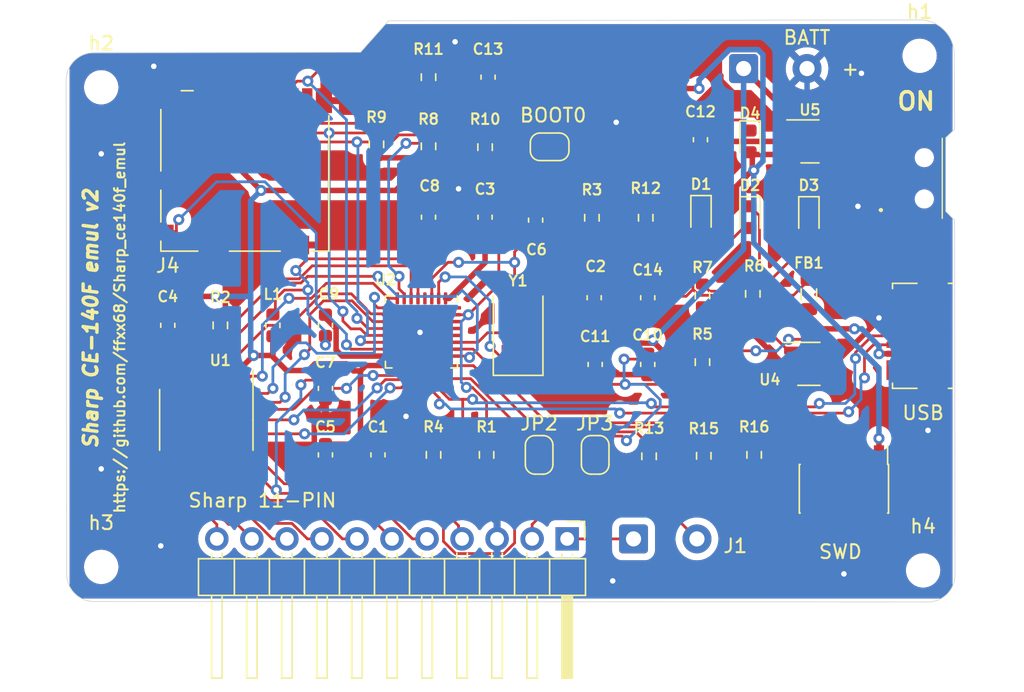
<source format=kicad_pcb>
(kicad_pcb (version 20221018) (generator pcbnew)
  (title_block (comment 4 "AISLER Project ID: QJZKRRKP"))
  (layers (0 "F.Cu" signal) (31 "B.Cu" signal) (34 "B.Paste" user) (35 "F.Paste" user) (36 "B.SilkS" user "B.Silkscreen") (37 "F.SilkS" user "F.Silkscreen") (38 "B.Mask" user) (39 "F.Mask" user) (44 "Edge.Cuts" user))
  (net 0 "")
  (net 1 "GND")
  (net 2 "VCC")
  (net 3 "+3V3")
  (net 4 "+3.3VA")
  (net 5 "/HSE_OUT")
  (net 6 "/HSE_IN")
  (net 7 "Net-(D1-K)")
  (net 8 "VPP")
  (net 9 "+5V")
  (net 10 "USB_D+")
  (net 11 "USB_D-")
  (net 12 "/V_BAT")
  (net 13 "Net-(D2-K)")
  (net 14 "Net-(D3-A)")
  (net 15 "SWDIO")
  (net 16 "SWCLK")
  (net 17 "Net-(D4-K)")
  (net 18 "PA8")
  (net 20 "/BOOT0")
  (net 21 "unconnected-(J3-Shield-Pad6)")
  (net 24 "SPI1_SCK")
  (net 25 "SPI1_MISO")
  (net 26 "SPI1_MOSI")
  (net 28 "Net-(J6-Pin_2)")
  (net 29 "/vccb")
  (net 30 "/mt_out2")
  (net 31 "/vgg")
  (net 32 "/busy")
  (net 33 "/dout")
  (net 34 "/x_in")
  (net 35 "/x_out")
  (net 36 "/din")
  (net 37 "/ack")
  (net 38 "/sel2")
  (net 39 "Net-(J6-Pin_4)")
  (net 40 "SD_CS")
  (net 41 "Net-(J6-Pin_6)")
  (net 43 "SD_CD")
  (net 44 "PA0")
  (net 47 "PA2")
  (net 48 "PA3")
  (net 49 "PA4")
  (net 50 "PA5")
  (net 51 "PA9")
  (net 52 "PA10")
  (net 53 "PA15")
  (net 54 "Net-(U4-PROG)")
  (net 55 "/usr_led")
  (net 56 "PB5")
  (net 57 "PB6")
  (net 58 "PB7")
  (net 59 "Net-(U4-STAT)")
  (net 63 "SWO")
  (net 64 "/sel1")
  (footprint "ce140f_library:C_0603_1608Metric" (layer "F.Cu") (at 147.828 111.76 -90)
    (fp_text reference "C1")
    (fp_text value "4u7")
  )
  (footprint "ce140f_library:C_0603_1608Metric" (layer "F.Cu") (at 163.504 100.357 -90)
    (fp_text reference "C2")
    (fp_text value "10p")
  )
  (footprint "ce140f_library:C_0603_1608Metric" (layer "F.Cu") (at 155.592 94.5135 90)
    (fp_text reference "C3")
    (fp_text value "100n")
  )
  (footprint "ce140f_library:C_0603_1608Metric" (layer "F.Cu") (at 132.588 102.362 -90)
    (fp_text reference "C4")
    (fp_text value "100n")
  )
  (footprint "ce140f_library:C_0603_1608Metric" (layer "F.Cu") (at 144.018 111.76 -90)
    (fp_text reference "C5")
    (fp_text value "100n")
  )
  (footprint "ce140f_library:C_0603_1608Metric" (layer "F.Cu") (at 159.258 94.729 90)
    (fp_text reference "C6")
    (fp_text value "10p")
  )
  (footprint "ce140f_library:C_0603_1608Metric" (layer "F.Cu") (at 144.018 106.934 -90)
    (fp_text reference "C7")
    (fp_text value "100n")
  )
  (footprint "ce140f_library:C_0603_1608Metric" (layer "F.Cu") (at 167.386 105.199 -90)
    (fp_text reference "C10")
    (fp_text value "4u7")
  )
  (footprint "ce140f_library:C_0603_1608Metric" (layer "F.Cu") (at 163.576 105.199 -90)
    (fp_text reference "C11")
    (fp_text value "4u7")
  )
  (footprint "LED_SMD:LED_0603_1608Metric" (layer "F.Cu") (at 171.2485 94.4305 -90)
    (fp_text reference "D1")
    (fp_text value "green")
  )
  (footprint "LED_SMD:LED_0603_1608Metric" (layer "F.Cu") (at 174.8045 94.5135 -90)
    (fp_text reference "D2")
    (fp_text value "Blue")
  )
  (footprint "Inductor_SMD:L_0805_2012Metric" (layer "F.Cu") (at 179.07 100.1225 -90)
    (fp_text reference "FB1")
    (fp_text value "100R")
  )
  (footprint "Connector_PinHeader_2.54mm:PinHeader_1x11_P2.54mm_Horizontal" (layer "F.Cu") (at 161.544 117.856 -90)
    (fp_text reference "Sharp 11-PIN")
    (fp_text value "Sharp PC 11-pin")
  )
  (footprint "Inductor_SMD:L_0603_1608Metric" (layer "F.Cu") (at 140.208 102.362 90)
    (fp_text reference "L1")
    (fp_text value "27n")
  )
  (footprint "ce140f_library:R_0603_1608Metric" (layer "F.Cu") (at 155.702 111.76 -90)
    (fp_text reference "R1")
    (fp_text value "10k")
  )
  (footprint "ce140f_library:R_0603_1608Metric" (layer "F.Cu") (at 136.398 102.362 -90)
    (fp_text reference "R2")
    (fp_text value "1k5")
  )
  (footprint "ce140f_library:R_0603_1608Metric" (layer "F.Cu") (at 163.3388 94.5565 90)
    (fp_text reference "R3")
    (fp_text value "1k5")
  )
  (footprint "Package_SO:TSSOP-20_4.4x6.5mm_P0.65mm" (layer "F.Cu") (at 135.382 109.22 -90)
    (fp_text reference "U1")
    (fp_text value "TXS0108EPW")
  )
  (footprint "Crystal:Crystal_SMD_5032-2Pin_5.0x3.2mm" (layer "F.Cu") (at 157.988 102.942 90)
    (fp_text reference "Y1")
    (fp_text value "32.768KHz")
  )
  (footprint "Connector_Wire:SolderWire-0.5sqmm_1x02_P4.6mm_D0.9mm_OD2.1mm" (layer "F.Cu") (at 166.356 117.856)
    (fp_text reference "J1")
    (fp_text value "ext pins")
  )
  (footprint "ce140f_library:R_0603_1608Metric" (layer "F.Cu") (at 151.856 111.76 -90)
    (fp_text reference "R4")
    (fp_text value "1k5")
  )
  (footprint "ce140f_library:R_0603_1608Metric" (layer "F.Cu") (at 175.1015 111.76 -90)
    (fp_text reference "R16")
    (fp_text value "22")
  )
  (footprint "Jumper:SolderJumper-2_P1.3mm_Bridged_RoundedPad1.0x1.5mm" (layer "F.Cu") (at 159.512 111.76 90)
    (fp_text reference "JP2")
    (fp_text value "5V_VPP")
  )
  (footprint "ce140f_library:R_0603_1608Metric" (layer "F.Cu") (at 171.3545 100.191 -90)
    (fp_text reference "R7")
    (fp_text value "2K2")
  )
  (footprint "Connector_Wire:SolderWire-0.5sqmm_1x02_P4.6mm_D0.9mm_OD2.1mm" (layer "F.Cu") (at 174.338 83.73)
    (fp_text reference "BATT")
    (fp_text value "Battery")
  )
  (footprint "ce140f_library:C_0603_1608Metric" (layer "F.Cu") (at 155.81 84.3535 90)
    (fp_text reference "C13")
    (fp_text value "100n")
  )
  (footprint "ce140f_library:R_0603_1608Metric" (layer "F.Cu") (at 147.718 89.2285 90)
    (fp_text reference "R9")
    (fp_text value "47k")
  )
  (footprint "ce140f_library:C_0603_1608Metric" (layer "F.Cu") (at 151.492 94.5135 90)
    (fp_text reference "C8")
    (fp_text value "1u")
  )
  (footprint "ce140f_library:C_0603_1608Metric" (layer "F.Cu") (at 167.386 100.357 -90)
    (fp_text reference "C14")
    (fp_text value "1u")
  )
  (footprint "ce140f_library:R_0603_1608Metric" (layer "F.Cu") (at 155.592 89.4335 90)
    (fp_text reference "R10")
    (fp_text value "47k")
  )
  (footprint "Package_TO_SOT_SMD:SOT-23" (layer "F.Cu") (at 179.1485 89.0155)
    (fp_text reference "U5")
    (fp_text value "XC6206P332MR")
  )
  (footprint "Connector_PinHeader_1.27mm:PinHeader_2x05_P1.27mm_Vertical_SMD" (layer "F.Cu") (at 181.61 114.218 -90)
    (fp_text reference "SWD")
    (fp_text value "SWD")
  )
  (footprint "LED_SMD:LED_0603_1608Metric" (layer "F.Cu") (at 179.07 94.5135 -90)
    (fp_text reference "D3")
    (fp_text value "Blue")
  )
  (footprint "ce140f_library:R_0603_1608Metric" (layer "F.Cu") (at 167.4815 111.863 -90)
    (fp_text reference "R13")
    (fp_text value "22")
  )
  (footprint "MountingHole:MountingHole_2mm" (layer "F.Cu") (at 187.0984 82.804)
    (fp_text reference "h1")
    (fp_text value "MountingHole_2mm")
  )
  (footprint "ce140f_library:R_0603_1608Metric" (layer "F.Cu") (at 151.492 89.3705 90)
    (fp_text reference "R8")
    (fp_text value "47k")
  )
  (footprint "ce140f_library:R_0603_1608Metric" (layer "F.Cu") (at 171.45 111.828 -90)
    (fp_text reference "R15")
    (fp_text value "22")
  )
  (footprint "ce140f_library:R_0603_1608Metric" (layer "F.Cu") (at 167.24 94.5565 -90)
    (fp_text reference "R12")
    (fp_text value "1k5")
  )
  (footprint "ce140f_library:PCM12SMTR" (layer "F.Cu") (at 187.4404 91.694 90)
    (fp_text reference "ON")
    (fp_text value "PCM12SMTR" hide)
  )
  (footprint "Jumper:SolderJumper-2_P1.3mm_Open_RoundedPad1.0x1.5mm" (layer "F.Cu") (at 163.576 111.76 -90)
    (fp_text reference "JP3")
    (fp_text value "5V_VGG")
  )
  (footprint "MountingHole:MountingHole_2mm" (layer "F.Cu") (at 127.762 119.888)
    (fp_text reference "h3")
    (fp_text value "MountingHole_2mm")
  )
  (footprint "MountingHole:MountingHole_2mm" (layer "F.Cu") (at 127.762 85.09)
    (fp_text reference "h2")
    (fp_text value "MountingHole_2mm")
  )
  (footprint "Connector_USB:USB_Micro-B_Molex_47346-0001" (layer "F.Cu") (at 186.8444 103.124 90)
    (fp_text reference "USB")
    (fp_text value "USB_B_Micro")
  )
  (footprint "Package_DFN_QFN:QFN-32-1EP_5x5mm_P0.5mm_EP3.45x3.45mm" (layer "F.Cu") (at 150.9785 102.842 -90)
    (fp_text reference "U2")
    (fp_text value "STM32L432KCUx")
  )
  (footprint "LED_SMD:LED_0603_1608Metric" (layer "F.Cu") (at 174.8045 89.0155 -90)
    (fp_text reference "D4")
    (fp_text value "red")
  )
  (footprint "ce140f_library:C_0603_1608Metric" (layer "F.Cu") (at 171.2085 88.8925 -90)
    (fp_text reference "C12")
    (fp_text value "1u")
  )
  (footprint "Connector_Card:microSD_HC_Molex_104031-0811" (layer "F.Cu") (at 138.154 91.1575)
    (fp_text reference "J4")
    (fp_text value "Micro_SD_Card_Det")
  )
  (footprint "ce140f_library:R_0603_1608Metric" (layer "F.Cu") (at 171.3545 105.033 -90)
    (fp_text reference "R5")
    (fp_text value "10k")
  )
  (footprint "MountingHole:MountingHole_2mm" (layer "F.Cu") (at 187.3524 120.142)
    (fp_text reference "h4")
    (fp_text value "MountingHole_2mm")
  )
  (footprint "ce140f_library:R_0603_1608Metric" (layer "F.Cu") (at 151.492 84.3535 90)
    (fp_text reference "R11")
    (fp_text value "47k")
  )
  (footprint "ce140f_library:C_0603_1608Metric" (layer "F.Cu") (at 144.018 102.362 90)
    (fp_text reference "C9")
    (fp_text value "100n")
  )
  (footprint "ce140f_library:R_0603_1608Metric" (layer "F.Cu") (at 175.006 100.076 -90)
    (fp_text reference "R6")
    (fp_text value "2K2")
  )
  (footprint "Package_TO_SOT_SMD:SOT-23-5" (layer "F.Cu") (at 179.07 105.156)
    (fp_text reference "U4")
    (fp_text value "MCP73831")
  )
  (footprint "Jumper:SolderJumper-2_P1.3mm_Open_RoundedPad1.0x1.5mm" (layer "F.Cu") (at 160.274 89.408 180)
    (fp_text reference "BOOT0")
    (fp_text value "BOOT0")
  )
  (gr_line (start 127.241065 82.582091) (end 146.558 82.55) (stroke (width 0.05)) (layer "Edge.Cuts"))
  (gr_line (start 188.9884 88.752) (end 188.9884 94.086) (stroke (width 0.05)) (layer "Edge.Cuts"))
  (gr_line (start 189.6384 94.742) (end 189.662295 120.395052) (stroke (width 0.05)) (layer "Edge.Cuts"))
  (gr_line (start 189.606478 82.713365) (end 189.6384 88.138) (stroke (width 0.05)) (layer "Edge.Cuts"))
  (gr_line (start 188.9884 94.086) (end 189.6384 94.742) (stroke (width 0.05)) (layer "Edge.Cuts"))
  (gr_arc (start 127.254851 122.402284) (mid 125.833885 121.809758) (end 125.254942 120.383219) (stroke (width 0.05)) (layer "Edge.Cuts"))
  (gr_arc (start 187.102604 80.200384) (mid 188.876339 80.936973) (end 189.606478 82.713365) (stroke (width 0.05)) (layer "Edge.Cuts"))
  (gr_arc (start 189.662295 120.395052) (mid 189.082608 121.864846) (end 187.6064 122.428) (stroke (width 0.05)) (layer "Edge.Cuts"))
  (gr_line (start 125.254942 120.383219) (end 125.222 84.582) (stroke (width 0.05)) (layer "Edge.Cuts"))
  (gr_line (start 187.102604 80.200384) (end 148.59 80.264) (stroke (width 0.05)) (layer "Edge.Cuts"))
  (gr_line (start 148.59 80.264) (end 146.558 82.55) (stroke (width 0.05)) (layer "Edge.Cuts"))
  (gr_line (start 187.6064 122.428) (end 127.254851 122.402284) (stroke (width 0.05)) (layer "Edge.Cuts"))
  (gr_line (start 189.6384 88.138) (end 188.9884 88.752) (stroke (width 0.05)) (layer "Edge.Cuts"))
  (gr_arc (start 125.222 84.582) (mid 125.814514 83.161033) (end 127.241065 82.582091) (stroke (width 0.05)) (layer "Edge.Cuts"))
  (gr_text "Sharp CE-140F emul v2" (at 127 101.854 90) (layer "F.SilkS") (effects (font (size 1 1) (thickness 0.25) italic)))
  (gr_text "https://github.com/ffxx68/Sharp_ce140f_emul" (at 129.54 116.078 90) (layer "F.SilkS") (effects (font (size 0.75 0.75)) (justify left bottom)))
  (gr_text "+" (at 181.356 84.328) (layer "F.SilkS") (effects (font (size 1 1)) (justify left bottom)))
  (segment (start 148.6382 104.592) (end 148.541 104.592) (width 0.4) (layer "F.Cu") (net 1))
  (segment (start 148.6024 113.3094) (end 147.828 112.535) (width 0.4) (layer "F.Cu") (net 1))
  (segment (start 155.702 112.585) (end 154.9776 113.3094) (width 0.4) (layer "F.Cu") (net 1))
  (segment (start 135.914 90.1328) (end 132.589 86.8078) (width 0.4) (layer "F.Cu") (net 1))
  (segment (start 150.876 102.87) (end 150.9505 102.87) (width 0.4) (layer "F.Cu") (net 1))
  (segment (start 163.504 101.132) (end 162.751 101.885) (width 0.4) (layer "F.Cu") (net 1))
  (segment (start 140.549 84.8572) (end 140.0487 84.3569) (width 0.4) (layer "F.Cu") (net 1))
  (segment (start 181.61 112.268) (end 181.61 113.0181) (width 0.4) (layer "F.Cu") (net 1))
  (segment (start 149.168 104.592) (end 148.6738 104.592) (width 0.2502) (layer "F.Cu") (net 1))
  (segment (start 132.589 86.07) (end 132.589 86.8078) (width 0.4) (layer "F.Cu") (net 1))
  (segment (start 144.4127 84.3535) (end 155.035 84.3535) (width 0.4) (layer "F.Cu") (net 1))
  (segment (start 152.6444 101.1761) (end 150.9785 102.842) (width 0.4) (layer "F.Cu") (net 1))
  (segment (start 182.88 113.0181) (end 182.88 113.7683) (width 0.4) (layer "F.Cu") (net 1))
  (segment (start 147.828 112.535) (end 144.018 112.535) (width 0.4) (layer "F.Cu") (net 1))
  (segment (start 184.1499 98.8059) (end 184.1499 101.824) (width 0.4) (layer "F.Cu") (net 1))
  (segment (start 182.88 112.268) (end 182.88 108.344) (width 0.4) (layer "F.Cu") (net 1))
  (segment (start 172.041 83.6005) (end 155.832 83.6005) (width 0.4) (layer "F.Cu") (net 1))
  (segment (start 181.2601 106.7241) (end 181.2601 105.156) (width 0.4) (layer "F.Cu") (net 1))
  (segment (start 177.9325 105.156) (end 177.1927 105.156) (width 0.4) (layer "F.Cu") (net 1))
  (segment (start 152.7049 101.1761) (end 152.789 101.092) (width 0.2502) (layer "F.Cu") (net 1))
  (segment (start 177.1927 105.156) (end 174.2474 102.2107) (width 0.4) (layer "F.Cu") (net 1))
  (segment (start 163.3388 93.9365) (end 159.31 93.9365) (width 0.4) (layer "F.Cu") (net 1))
  (segment (start 144.793 104.153) (end 145.232 104.592) (width 0.4) (layer "F.Cu") (net 1))
  (segment (start 182.3602 113.7683) (end 182.88 113.7683) (width 0.4) (layer "F.Cu") (net 1))
  (segment (start 163.6135 105.9365) (end 163.576 105.974) (width 0.4) (layer "F.Cu") (net 1))
  (segment (start 167.24 95.3815) (end 164.7838 95.3815) (width 0.4) (layer "F.Cu") (net 1))
  (segment (start 143.2071 110.9971) (end 143.2071 108.8215) (width 0.4) (layer "F.Cu") (net 1))
  (segment (start 140.549 86.0075) (end 140.549 86.5578) (width 0.4) (layer "F.Cu") (net 1))
  (segment (start 152.789 101.092) (end 153.3188 101.092) (width 0.2502) (layer "F.Cu") (net 1))
  (segment (start 141.249 87.2578) (end 140.549 86.5578) (width 0.4) (layer "F.Cu") (net 1))
  (segment (start 150.876 102.884) (end 150.876 102.87) (width 0.4) (layer "F.Cu") (net 1))
  (segment (start 131.9467 110.089) (end 132.8548 110.9971) (width 0.4) (layer "F.Cu") (net 1))
  (segment (start 140.0487 84.3569) (end 134.1578 84.3569) (width 0.4) (layer "F.Cu") (net 1))
  (segment (start 132.589 85.9257) (end 132.589 86.0573) (width 0.4) (layer "F.Cu") (net 1))
  (segment (start 156.464 114.7958) (end 154.9776 113.3094) (width 0.4) (layer "F.Cu") (net 1))
  (segment (start 143.909 87.2578) (end 141.249 87.2578) (width 0.4) (layer "F.Cu") (net 1))
  (segment (start 171.2085 89.6675) (end 171.2085 91.413) (width 0.4) (layer "F.Cu") (net 1))
  (segment (start 151.492 93.7385) (end 155.592 93.7385) (width 0.4) (layer "F.Cu") (net 1))
  (segment (start 171.3545 105.858) (end 167.502 105.858) (width 0.4) (layer "F.Cu") (net 1))
  (segment (start 185.384 101.824) (end 185.3844 101.824) (width 0.4) (layer "F.Cu") (net 1))
  (segment (start 167.502 105.858) (end 167.386 105.974) (width 0.4) (layer "F.Cu") (net 1))
  (segment (start 135.914 96.5325) (end 136.5976 96.5325) (width 0.4) (layer "F.Cu") (net 1))
  (segment (start 155.035 84.3535) (end 155.81 83.5785) (width 0.4) (layer "F.Cu") (net 1))
  (segment (start 140.549 85.7075) (end 140.549 84.8572) (width 0.4) (layer "F.Cu") (net 1))
  (segment (start 181.61 113.0181) (end 181.61 113.7683) (width 0.4) (layer "F.Cu") (net 1))
  (segment (start 140.549 86.0075) (end 140.549 85.7075) (width 0.4) (layer "F.Cu") (net 1))
  (segment (start 184.1499 101.824) (end 184.15 101.824) (width 0.4) (layer "F.Cu") (net 1))
  (segment (start 181.2601 105.156) (end 177.9325 105.156) (width 0.4) (layer "F.Cu") (net 1))
  (segment (start 136.398 101.537) (end 136.7604 101.1746) (width 0.4) (layer "F.Cu") (net 1))
  (segment (start 134.1578 84.3569) (end 132.589 85.9257) (width 0.4) (layer "F.Cu") (net 1))
  (segment (start 143.2071 111.7241) (end 144.018 112.535) (width 0.4) (layer "F.Cu") (net 1))
  (segment (start 148.6738 104.592) (end 148.656 104.5742) (width 0.2502) (layer "F.Cu") (net 1))
  (segment (start 172.6865 84.5908) (end 172.6865 84.246) (width 0.4) (layer "F.Cu") (net 1))
  (segment (start 131.9467 103.7783) (end 131.9467 110.089) (width 0.4) (layer "F.Cu") (net 1))
  (segment (start 143.909 86.0575) (end 143.909 84.8572) (width 0.4) (layer "F.Cu") (net 1))
  (segment (start 167.386 101.132) (end 163.504 101.132) (width 0.4) (layer "F.Cu") (net 1))
  (segment (start 149.2521 104.5079) (end 149.168 104.592) (width 0.2502) (layer "F.Cu") (net 1))
  (segment (start 155.832 83.6005) (end 155.81 83.5785) (width 0.4) (layer "F.Cu") (net 1))
  (segment (start 141.884 96.5325) (end 148.698 96.5325) (width 0.4) (layer "F.Cu") (net 1))
  (segment (start 179.07 93.726) (end 184.1499 98.8059) (width 0.4) (layer "F.Cu") (net 1))
  (segment (start 173.2932 82.3483) (end 172.041 83.6005) (width 0.4) (layer "F.Cu") (net 1))
  (segment (start 132.589 86.07) (end 132.589 86.0573) (width 0.4) (layer "F.Cu") (net 1))
  (segment (start 154.9776 113.3094) (end 148.6024 113.3094) (width 0.4) (layer "F.Cu") (net 1))
  (segment (start 152.7049 101.1761) (end 152.6444 101.1761) (width 0.4) (layer "F.Cu") (net 1))
  (segment (start 143.2071 108.8215) (end 144.018 108.0106) (width 0.4) (layer "F.Cu") (net 1))
  (segment (start 167.386 105.974) (end 167.3485 105.9365) (width 0.4) (layer "F.Cu") (net 1))
  (segment (start 182.88 108.344) (end 181.2601 106.7241) (width 0.4) (layer "F.Cu") (net 1))
  (segment (start 162.751 101.885) (end 162.751 105.149) (width 0.4) (layer "F.Cu") (net 1))
  (segment (start 143.2071 110.9971) (end 132.8548 110.9971) (width 0.4) (layer "F.Cu") (net 1))
  (segment (start 148.698 96.5325) (end 151.492 93.7385) (width 0.4) (layer "F.Cu") (net 1))
  (segment (start 140.4709 96.6953) (end 140.6337 96.5325) (width 0.4) (layer "F.Cu") (net 1))
  (segment (start 178.938 83.73) (end 177.5563 82.3483) (width 0.4) (layer "F.Cu") (net 1))
  (segment (start 163.5458 93.7315) (end 172.6865 84.5908) (width 0.4) (layer "F.Cu") (net 1))
  (segment (start 162.751 105.149) (end 163.576 105.974) (width 0.4) (layer "F.Cu") (net 1))
  (segment (start 163.3388 93.7315) (end 163.5458 93.7315) (width 0.4) (layer "F.Cu") (net 1))
  (segment (start 172.6865 84.5908) (end 176.1612 88.0655) (width 0.4) (layer "F.Cu") (net 1))
  (segment (start 179.07 112.268) (end 179.07 113.7683) (width 0.4) (layer "F.Cu") (net 1))
  (segment (start 176.1612 88.0655) (end 178.211 88.0655) (width 0.4) (layer "F.Cu") (net 1))
  (segment (start 184.2717 101.824) (end 185.384 101.824) (width 0.4) (layer "F.Cu") (net 1))
  (segment (start 143.909 86.0575) (end 143.909 87.2578) (width 0.4) (layer "F.Cu") (net 1))
  (segment (start 132.457 111.3949) (end 132.457 112.0825) (width 0.4) (layer "F.Cu") (net 1))
  (segment (start 163.3388 93.9365) (end 163.3388 93.7315) (width 0.4) (layer "F.Cu") (net 1))
  (segment (start 145.232 104.592) (end 148.541 104.592) (width 0.4) (layer "F.Cu") (net 1))
  (segment (start 177.5563 82.3483) (end 173.2932 82.3483) (width 0.4) (layer "F.Cu") (net 1))
  (segment (start 143.909 84.8572) (end 144.4127 84.3535) (width 0.4) (layer "F.Cu") (net 1))
  (segment (start 132.588 103.137) (end 131.9467 103.7783) (width 0.4) (layer "F.Cu") (net 1))
  (segment (start 179.07 113.7683) (end 181.61 113.7683) (width 0.4) (layer "F.Cu") (net 1))
  (segment (start 182.88 113.0181) (end 182.88 112.268) (width 0.4) (layer "F.Cu") (net 1))
  (segment (start 181.2601 104.8356) (end 184.2717 101.824) (width 0.4) (layer "F.Cu") (net 1))
  (segment (start 144.793 102.59755) (end 144.793 104.153) (width 0.4) (layer "F.Cu") (net 1))
  (segment (start 136.7604 101.1746) (end 136.7604 96.6953) (width 0.4) (layer "F.Cu") (net 1))
  (segment (start 144.018 101.587) (end 144.018 101.82255) (width 0.4) (layer "F.Cu") (net 1))
  (segment (start 181.2601 105.156) (end 181.2601 104.8356) (width 0.4) (layer "F.Cu") (net 1))
  (segment (start 159.31 93.9365) (end 159.112 93.7385) (width 0.4) (layer "F.Cu") (net 1))
  (segment (start 181.61 113.0181) (end 182.3602 113.7683) (width 0.4) (layer "F.Cu") (net 1))
  (segment (start 171.2085 91.413) (end 167.24 95.3815) (width 0.4) (layer "F.Cu") (net 1))
  (segment (start 136.7604 96.6953) (end 140.4709 96.6953) (width 0.4) (layer "F.Cu") (net 1))
  (segment (start 167.3485 105.9365) (end 163.6135 105.9365) (width 0.4) (layer "F.Cu") (net 1))
  (segment (start 132.589 85.8325) (end 132.589 86.0573) (width 0.4) (layer "F.Cu") (net 1))
  (segment (start 164.7838 95.3815) (end 163.3388 93.9365) (width 0.4) (layer "F.Cu") (net 1))
  (segment (start 134.188 101.537) (end 132.588 103.137) (width 0.4) (layer "F.Cu") (net 1))
  (segment (start 144.018 101.82255) (end 144.793 102.59755) (width 0.4) (layer "F.Cu") (net 1))
  (segment (start 150.9505 102.87) (end 150.9785 102.842) (width 0.4) (layer "F.Cu") (net 1))
  (segment (start 168.4647 102.2107) (end 167.386 101.132) (width 0.4) (layer "F.Cu") (net 1))
  (segment (start 141.884 96.5325) (end 140.6337 96.5325) (width 0.4) (layer "F.Cu") (net 1))
  (segment (start 149.2521 104.5079) (end 150.876 102.884) (width 0.4) (layer "F.Cu") (net 1))
  (segment (start 184.15 101.824) (end 184.2717 101.824) (width 0.4) (layer "F.Cu") (net 1))
  (segment (start 135.914 96.5325) (end 135.914 90.1328) (width 0.4) (layer "F.Cu") (net 1))
  (segment (start 136.5976 96.5325) (end 136.7604 96.6953) (width 0.4) (layer "F.Cu") (net 1))
  (segment (start 174.2474 102.2107) (end 168.4647 102.2107) (width 0.4) (layer "F.Cu") (net 1))
  (segment (start 144.018 108.0106) (end 144.018 107.709) (width 0.4) (layer "F.Cu") (net 1))
  (segment (start 172.6865 84.246) (end 172.041 83.6005) (width 0.4) (layer "F.Cu") (net 1))
  (segment (start 132.8548 110.9971) (end 132.457 111.3949) (width 0.4) (layer "F.Cu") (net 1))
  (segment (start 136.398 101.537) (end 134.188 101.537) (width 0.4) (layer "F.Cu") (net 1))
  (segment (start 156.464 117.856) (end 156.464 114.7958) (width 0.4) (layer "F.Cu") (net 1))
  (segment (start 143.2071 110.9971) (end 143.2071 111.7241) (width 0.4) (layer "F.Cu") (net 1))
  (via (at 127.762 112.776) (size 0.8) (drill 0.4) (layers "F.Cu" "B.Cu") (net 1))
  (via (at 182.626 93.726) (size 0.8) (drill 0.4) (layers "F.Cu" "B.Cu") (net 1))
  (via (at 150.876 102.87) (size 0.8) (drill 0.4) (layers "F.Cu" "B.Cu") (net 1))
  (via (at 131.572 83.566) (size 0.8) (drill 0.4) (layers "F.Cu" "B.Cu") (net 1))
  (via (at 187.706 109.982) (size 0.8) (drill 0.4) (layers "F.Cu" "B.Cu") (net 1))
  (via (at 182.88 84.074) (size 0.8) (drill 0.4) (layers "F.Cu" "B.Cu") (net 1))
  (via (at 164.846 120.904) (size 0.8) (drill 0.4) (layers "F.Cu" "B.Cu") (net 1))
  (via (at 181.61 120.396) (size 0.8) (drill 0.4) (layers "F.Cu" "B.Cu") (net 1))
  (via (at 127.762 89.916) (size 0.8) (drill 0.4) (layers "F.Cu" "B.Cu") (net 1))
  (via (at 184.15 101.824) (size 0.8) (drill 0.4) (layers "F.Cu" "B.Cu") (net 1))
  (via (at 153.416 81.788) (size 0.8) (drill 0.4) (layers "F.Cu" "B.Cu") (net 1))
  (via (at 165.1 87.63) (size 0.8) (drill 0.4) (layers "F.Cu" "B.Cu") (net 1))
  (via (at 153.67 92.456) (size 0.8) (drill 0.4) (layers "F.Cu" "B.Cu") (net 1))
  (via (at 132.08 118.364) (size 0.8) (drill 0.4) (layers "F.Cu" "B.Cu") (net 1))
  (via (at 149.86 108.966) (size 0.8) (drill 0.4) (layers "F.Cu" "B.Cu") (net 1))
  (segment (start 156.464 117.856) (end 156.464 116.7057) (width 0.4) (layer "B.Cu") (net 1))
  (segment (start 178.938 83.73) (end 178.938 96.612) (width 0.4) (layer "B.Cu") (net 1))
  (segment (start 150.876 102.87) (end 150.876 111.1177) (width 0.4) (layer "B.Cu") (net 1))
  (segment (start 150.876 111.1177) (end 156.464 116.7057) (width 0.4) (layer "B.Cu") (net 1))
  (segment (start 178.938 96.612) (end 184.15 101.824) (width 0.4) (layer "B.Cu") (net 1))
  (segment (start 182.0145 90.944) (end 180.086 89.0155) (width 0.4) (layer "F.Cu") (net 2))
  (segment (start 180.086 89.0155) (end 172.1065 89.0155) (width 0.4) (layer "F.Cu") (net 2))
  (segment (start 185.6904 90.944) (end 182.0145 90.944) (width 0.4) (layer "F.Cu") (net 2))
  (segment (start 172.1065 89.0155) (end 171.2085 88.1175) (width 0.4) (layer "F.Cu") (net 2))
  (segment (start 152.7285 100.4045) (end 152.9984 100.4045) (width 0.4) (layer "F.Cu") (net 3))
  (segment (start 149.2285 105.2795) (end 146.9425 105.2795) (width 0.4) (layer "F.Cu") (net 3))
  (segment (start 144.018 110.985) (end 146.7696 110.985) (width 0.4) (layer "F.Cu") (net 3))
  (segment (start 138.349 85.7075) (end 138.349 84.8572) (width 0.4) (layer "F.Cu") (net 3))
  (segment (start 140.208 103.6978) (end 140.208 103.1495) (width 0.4) (layer "F.Cu") (net 3))
  (segment (start 174.967 89.9655) (end 174.8045 89.803) (width 0.4) (layer "F.Cu") (net 3))
  (segment (start 151.806 110.985) (end 151.856 110.935) (width 0.4) (layer "F.Cu") (net 3))
  (segment (start 184.15 112.268) (end 184.15 110.5641) (width 0.4) (layer "F.Cu") (net 3))
  (segment (start 151.4816 90.2059) (end 151.492 90.1955) (width 0.4) (layer "F.Cu") (net 3))
  (segment (start 146.7696 110.985) (end 147.828 110.985) (width 0.4) (layer "F.Cu") (net 3))
  (segment (start 142.7736 105.6384) (end 141.1984 105.6384) (width 0.4) (layer "F.Cu") (net 3))
  (segment (start 137.657 105.7005) (end 138.8078 104.5497) (width 0.4) (layer "F.Cu") (net 3))
  (segment (start 147.8704 90.2059) (end 151.4816 90.2059) (width 0.4) (layer "F.Cu") (net 3))
  (segment (start 146.558 105.664) (end 146.558 110.985) (width 0.4) (layer "F.Cu") (net 3))
  (segment (start 140.208 104.394) (end 140.208 103.6978) (width 0.4) (layer "F.Cu") (net 3))
  (segment (start 140.208 104.648) (end 140.208 103.6978) (width 0.4) (layer "F.Cu") (net 3))
  (segment (start 155.592 90.2585) (end 156.4071 90.2585) (width 0.4) (layer "F.Cu") (net 3))
  (segment (start 168.1105 99.582) (end 173.8205 93.872) (width 0.4) (layer "F.Cu") (net 3))
  (segment (start 141.1984 105.6384) (end 140.208 104.648) (width 0.4) (layer "F.Cu") (net 3))
  (segment (start 137.657 106.3575) (end 137.657 105.7005) (width 0.4) (layer "F.Cu") (net 3))
  (segment (start 147.828 110.985) (end 151.806 110.985) (width 0.4) (layer "F.Cu") (net 3))
  (segment (start 155.529 90.1955) (end 155.592 90.2585) (width 0.4) (layer "F.Cu") (net 3))
  (segment (start 147.718 90.0535) (end 147.8704 90.2059) (width 0.4) (layer "F.Cu") (net 3))
  (segment (start 134.4607 84.8572) (end 138.349 84.8572) (width 0.4) (layer "F.Cu") (net 3))
  (segment (start 140.0523 104.5497) (end 140.208 104.394) (width 0.4) (layer "F.Cu") (net 3))
  (segment (start 159.624 85.1785) (end 155.81 85.1785) (width 0.4) (layer "F.Cu") (net 3))
  (segment (start 173.8205 93.872) (end 173.8205 92.2586) (width 0.4) (layer "F.Cu") (net 3))
  (segment (start 145.542 105.156) (end 143.256 105.156) (width 0.4) (layer "F.Cu") (net 3))
  (segment (start 174.967 89.9655) (end 174.967 91.1121) (width 0.4) (layer "F.Cu") (net 3))
  (segment (start 155.81 85.1785) (end 155.81 85.1285) (width 0.4) (layer "F.Cu") (net 3))
  (segment (start 146.558 105.664) (end 146.05 105.664) (width 0.4) (layer "F.Cu") (net 3))
  (segment (start 155.592 97.8109) (end 155.592 95.2885) (width 0.4) (layer "F.Cu") (net 3))
  (segment (start 149.1133 92.5742) (end 151.492 90.1955) (width 0.4) (layer "F.Cu") (net 3))
  (segment (start 178.211 89.9655) (end 174.967 89.9655) (width 0.4) (layer "F.Cu") (net 3))
  (segment (start 156.4071 94.4734) (end 155.592 95.2885) (width 0.4) (layer "F.Cu") (net 3))
  (segment (start 138.8078 104.5497) (end 140.0523 104.5497) (width 0.4) (layer "F.Cu") (net 3))
  (segment (start 134.2901 87.518) (end 134.2901 85.0278) (width 0.4) (layer "F.Cu") (net 3))
  (segment (start 151.492 90.1955) (end 155.529 90.1955) (width 0.4) (layer "F.Cu") (net 3))
  (segment (start 173.8205 92.2586) (end 174.967 91.1121) (width 0.4) (layer "F.Cu") (net 3))
  (segment (start 158.7735 90.2585) (end 159.624 89.408) (width 0.4) (layer "F.Cu") (net 3))
  (segment (start 139.3463 92.5742) (end 149.1133 92.5742) (width 0.4) (layer "F.Cu") (net 3))
  (segment (start 171.1085 85.1785) (end 159.624 85.1785) (width 0.4) (layer "F.Cu") (net 3))
  (segment (start 159.624 89.408) (end 159.624 85.1785) (width 0.4) (layer "F.Cu") (net 3))
  (segment (start 155.81 85.1785) (end 151.492 85.1785) (width 0.4) (layer "F.Cu") (net 3))
  (segment (start 143.256 105.156) (end 142.7736 105.6384) (width 0.4) (layer "F.Cu") (net 3))
  (segment (start 167.386 99.582) (end 168.1105 99.582) (width 0.4) (layer "F.Cu") (net 3))
  (segment (start 132.588 101.587) (end 133.9141 100.2609) (width 0.4) (layer "F.Cu") (net 3))
  (segment (start 146.05 105.664) (end 145.542 105.156) (width 0.4) (layer "F.Cu") (net 3))
  (segment (start 174.967 91.1121) (end 175.0752 91.1121) (width 0.4) (layer "F.Cu") (net 3))
  (segment (start 134.2901 85.0278) (end 134.4607 84.8572) (width 0.4) (layer "F.Cu") (net 3))
  (segment (start 152.9984 100.4045) (end 155.592 97.8109) (width 0.4) (layer "F.Cu") (net 3))
  (segment (start 156.4071 90.2585) (end 158.7735 90.2585) (width 0.4) (layer "F.Cu") (net 3))
  (segment (start 133.9141 100.2609) (end 136.0601 100.2609) (width 0.4) (layer "F.Cu") (net 3))
  (segment (start 146.9425 105.2795) (end 146.558 105.664) (width 0.4) (layer "F.Cu") (net 3))
  (segment (start 156.4071 90.2585) (end 156.4071 94.4734) (width 0.4) (layer "F.Cu") (net 3))
  (segment (start 139.3463 92.5742) (end 134.2901 87.518) (width 0.4) (layer "F.Cu") (net 3))
  (via (at 138.8078 104.5497) (size 0.8) (drill 0.4) (layers "F.Cu" "B.Cu") (net 3))
  (via (at 139.3463 92.5742) (size 0.8) (drill 0.4) (layers "F.Cu" "B.Cu") (net 3))
  (via (at 184.15 110.5641) (size 0.8) (drill 0.4) (layers "F.Cu" "B.Cu") (net 3))
  (via (at 171.1085 85.1785) (size 0.8) (drill 0.4) (layers "F.Cu" "B.Cu") (net 3))
  (via (at 175.0752 91.1121) (size 0.8) (drill 0.4) (layers "F.Cu" "B.Cu") (net 3))
  (via (at 136.0601 100.2609) (size 0.8) (drill 0.4) (layers "F.Cu" "B.Cu") (net 3))
  (segment (start 175.74 90.4473) (end 175.74 82.7227) (width 0.4) (layer "B.Cu") (net 3))
  (segment (start 138.5978 100.2609) (end 136.0601 100.2609) (width 0.4) (layer "B.Cu") (net 3))
  (segment (start 171.1085 84.5532) (end 171.1085 85.1785) (width 0.4) (layer "B.Cu") (net 3))
  (segment (start 175.0752 91.1121) (end 175.74 90.4473) (width 0.4) (layer "B.Cu") (net 3))
  (segment (start 173.3089 82.3528) (end 171.1085 84.5532) (width 0.4) (layer "B.Cu") (net 3))
  (segment (start 184.15 105.4715) (end 184.15 110.5641) (width 0.4) (layer "B.Cu") (net 3))
  (segment (start 138.5978 93.3227) (end 139.3463 92.5742) (width 0.4) (layer "B.Cu") (net 3))
  (segment (start 138.5978 100.2609) (end 138.5978 93.3227) (width 0.4) (layer "B.Cu") (net 3))
  (segment (start 138.5978 104.3397) (end 138.8078 104.5497) (width 0.4) (layer "B.Cu") (net 3))
  (segment (start 175.0752 91.1121) (end 175.0752 96.3967) (width 0.4) (layer "B.Cu") (net 3))
  (segment (start 175.74 82.7227) (end 175.3701 82.3528) (width 0.4) (layer "B.Cu") (net 3))
  (segment (start 175.0752 96.3967) (end 184.15 105.4715) (width 0.4) (layer "B.Cu") (net 3))
  (segment (start 175.3701 82.3528) (end 173.3089 82.3528) (width 0.4) (layer "B.Cu") (net 3))
  (segment (start 138.5978 100.2609) (end 138.5978 104.3397) (width 0.4) (layer "B.Cu") (net 3))
  (segment (start 150.7285 98.388) (end 150.7285 96.052) (width 0.2) (layer "F.Cu") (net 4))
  (segment (start 142.7204 97.536) (end 150.7285 97.536) (width 0.2) (layer "F.Cu") (net 4))
  (segment (start 141.0456 99.8011) (end 142.747 99.8011) (width 0.2) (layer "F.Cu") (net 4))
  (segment (start 140.3875 101.395) (end 140.3875 100.4592) (width 0.2) (layer "F.Cu") (net 4))
  (segment (start 150.7285 100.4045) (end 150.7285 98.388) (width 0.2) (layer "F.Cu") (net 4))
  (segment (start 141.8684 98.388) (end 142.7204 97.536) (width 0.2) (layer "F.Cu") (net 4))
  (segment (start 140.3875 100.4592) (end 141.0456 99.8011) (width 0.2) (layer "F.Cu") (net 4))
  (segment (start 150.7285 96.052) (end 151.492 95.2885) (width 0.2) (layer "F.Cu") (net 4))
  (segment (start 140.208 101.5745) (end 140.3875 101.395) (width 0.2) (layer "F.Cu") (net 4))
  (segment (start 144.018 103.7867) (end 144.018 103.137) (width 0.2) (layer "F.Cu") (net 4))
  (segment (start 150.7285 97.536) (end 150.7285 98.388) (width 0.2) (layer "F.Cu") (net 4))
  (via (at 144.018 103.7867) (size 0.8) (drill 0.4) (layers "F.Cu" "B.Cu") (net 4))
  (via (at 141.8684 98.388) (size 0.8) (drill 0.4) (layers "F.Cu" "B.Cu") (net 4))
  (via (at 142.747 99.8011) (size 0.8) (drill 0.4) (layers "F.Cu" "B.Cu") (net 4))
  (segment (start 142.747 99.2666) (end 141.8684 98.388) (width 0.2) (layer "B.Cu") (net 4))
  (segment (start 142.747 99.8011) (end 142.747 99.2666) (width 0.2) (layer "B.Cu") (net 4))
  (segment (start 144.018 103.7867) (end 144.018 102.8125) (width 0.2) (layer "B.Cu") (net 4))
  (segment (start 144.018 102.8125) (end 142.747 101.5415) (width 0.2) (layer "B.Cu") (net 4))
  (segment (start 142.747 101.5415) (end 142.747 99.8011) (width 0.2) (layer "B.Cu") (net 4))
  (segment (start 152.908 97.79) (end 151.7285 98.9695) (width 0.2) (layer "F.Cu") (net 5))
  (segment (start 157.734 97.79) (end 157.734 97.028) (width 0.2) (layer "F.Cu") (net 5))
  (segment (start 151.7285 98.9695) (end 151.7285 100.4045) (width 0.2) (layer "F.Cu") (net 5))
  (segment (start 157.734 97.79) (end 157.734 100.838) (width 0.2) (layer "F.Cu") (net 5))
  (segment (start 157.734 97.028) (end 159.258 95.504) (width 0.2) (layer "F.Cu") (net 5))
  (segment (start 153.67 97.79) (end 152.908 97.79) (width 0.2) (layer "F.Cu") (net 5))
  (segment (start 157.734 100.838) (end 157.988 101.092) (width 0.2) (layer "F.Cu") (net 5))
  (via (at 153.67 97.79) (size 0.8) (drill 0.4) (layers "F.Cu" "B.Cu") (net 5))
  (via (at 157.734 97.79) (size 0.8) (drill 0.4) (layers "F.Cu" "B.Cu") (net 5))
  (segment (start 157.734 97.79) (end 153.67 97.79) (width 0.2) (layer "B.Cu") (net 5))
  (segment (start 155.956 103.886) (end 156.862 104.792) (width 0.2) (layer "F.Cu") (net 6))
  (segment (start 156.862 104.792) (end 157.988 104.792) (width 0.2) (layer "F.Cu") (net 6))
  (segment (start 163.504 99.582) (end 158.294 104.792) (width 0.2) (layer "F.Cu") (net 6))
  (segment (start 152.611089 98.848911) (end 152.2285 99.2315) (width 0.2) (layer "F.Cu") (net 6))
  (segment (start 158.294 104.792) (end 157.988 104.792) (width 0.2) (layer "F.Cu") (net 6))
  (segment (start 152.696911 98.848911) (end 152.611089 98.848911) (width 0.2) (layer "F.Cu") (net 6))
  (segment (start 152.2285 99.2315) (end 152.2285 100.4045) (width 0.2) (layer "F.Cu") (net 6))
  (via (at 155.956 103.886) (size 0.8) (drill 0.4) (layers "F.Cu" "B.Cu") (net 6))
  (via (at 152.696911 98.848911) (size 0.8) (drill 0.4) (layers "F.Cu" "B.Cu") (net 6))
  (segment (start 155.956 103.886) (end 155.956 100.584) (width 0.2) (layer "B.Cu") (net 6))
  (segment (start 155.956 100.584) (end 154.220911 98.848911) (width 0.2) (layer "B.Cu") (net 6))
  (segment (start 154.220911 98.848911) (end 152.696911 98.848911) (width 0.2) (layer "B.Cu") (net 6))
  (segment (start 163.9541 95.9968) (end 163.3388 95.3815) (width 0.2) (layer "F.Cu") (net 7))
  (segment (start 171.2485 93.643) (end 168.8947 95.9968) (width 0.2) (layer "F.Cu") (net 7))
  (segment (start 168.8947 95.9968) (end 163.9541 95.9968) (width 0.2) (layer "F.Cu") (net 7))
  (segment (start 171.092 100.1813) (end 170.6665 99.7558) (width 0.2) (layer "F.Cu") (net 8))
  (segment (start 170.6665 99.7558) (end 170.6665 98.9457) (width 0.2) (layer "F.Cu") (net 8))
  (segment (start 159.512 111.11) (end 160.2275 110.3945) (width 0.2) (layer "F.Cu") (net 8))
  (segment (start 162.3506 101.1603) (end 162.3506 105.8859) (width 0.2) (layer "F.Cu") (net 8))
  (segment (start 170.1716 100.2507) (end 163.2602 100.2507) (width 0.2) (layer "F.Cu") (net 8))
  (segment (start 165.6706 104.8129) (end 166.9971 104.8129) (width 0.2) (layer "F.Cu") (net 8))
  (segment (start 165.5185 110.3945) (end 165.8482 110.7242) (width 0.2) (layer "F.Cu") (net 8))
  (segment (start 166.9971 104.8129) (end 167.386 104.424) (width 0.2) (layer "F.Cu") (net 8))
  (segment (start 174.3112 95.301) (end 174.8045 95.301) (width 0.2) (layer "F.Cu") (net 8))
  (segment (start 170.6665 99.7558) (end 170.1716 100.2507) (width 0.2) (layer "F.Cu") (net 8))
  (segment (start 160.2275 110.3945) (end 165.5185 110.3945) (width 0.2) (layer "F.Cu") (net 8))
  (segment (start 179.6719 106.6416) (end 165.7471 106.6416) (width 0.2) (layer "F.Cu") (net 8))
  (segment (start 163.1063 106.6416) (end 165.7471 106.6416) (width 0.2) (layer "F.Cu") (net 8))
  (segment (start 180.2075 106.106) (end 179.6719 106.6416) (width 0.2) (layer "F.Cu") (net 8))
  (segment (start 162.3506 105.8859) (end 163.1063 106.6416) (width 0.2) (layer "F.Cu") (net 8))
  (segment (start 179.07 99.06) (end 177.9487 100.1813) (width 0.2) (layer "F.Cu") (net 8))
  (segment (start 177.9487 100.1813) (end 171.092 100.1813) (width 0.2) (layer "F.Cu") (net 8))
  (segment (start 170.6665 98.9457) (end 174.3112 95.301) (width 0.2) (layer "F.Cu") (net 8))
  (segment (start 163.2602 100.2507) (end 162.3506 101.1603) (width 0.2) (layer "F.Cu") (net 8))
  (via (at 165.8482 110.7242) (size 0.8) (drill 0.4) (layers "F.Cu" "B.Cu") (net 8))
  (via (at 165.6706 104.8129) (size 0.8) (drill 0.4) (layers "F.Cu" "B.Cu") (net 8))
  (via (at 165.7471 106.6416) (size 0.8) (drill 0.4) (layers "F.Cu" "B.Cu") (net 8))
  (segment (start 168.292 108.2804) (end 168.292 107.7639) (width 0.2) (layer "B.Cu") (net 8))
  (segment (start 165.6706 104.8129) (end 165.6706 106.5651) (width 0.2) (layer "B.Cu") (net 8))
  (segment (start 168.292 107.7639) (end 167.1697 106.6416) (width 0.2) (layer "B.Cu") (net 8))
  (segment (start 165.6706 106.5651) (end 165.7471 106.6416) (width 0.2) (layer "B.Cu") (net 8))
  (segment (start 167.1697 106.6416) (end 165.7471 106.6416) (width 0.2) (layer "B.Cu") (net 8))
  (segment (start 165.8482 110.7242) (end 168.292 108.2804) (width 0.2) (layer "B.Cu") (net 8))
  (segment (start 184.15 104.394) (end 184.15 104.424) (width 0.4) (layer "F.Cu") (net 9))
  (segment (start 185.384 104.424) (end 185.3844 104.424) (width 0.4) (layer "F.Cu") (net 9))
  (segment (start 184.18 104.424) (end 184.15 104.394) (width 0.4) (layer "F.Cu") (net 9))
  (segment (start 185.384 104.424) (end 184.18 104.424) (width 0.4) (layer "F.Cu") (net 9))
  (segment (start 180.04 102.616) (end 179.07 101.646) (width 0.4) (layer "F.Cu") (net 9))
  (segment (start 182.372 102.616) (end 180.04 102.616) (width 0.4) (layer "F.Cu") (net 9))
  (segment (start 179.07 101.646) (end 179.07 101.185) (width 0.4) (layer "F.Cu") (net 9))
  (via (at 184.15 104.424) (size 0.8) (drill 0.4) (layers "F.Cu" "B.Cu") (net 9))
  (via (at 182.372 102.616) (size 0.8) (drill 0.4) (layers "F.Cu" "B.Cu") (net 9))
  (segment (start 184.15 104.424) (end 184.15 103.859) (width 0.4) (layer "B.Cu") (net 9))
  (segment (start 184.15 103.859) (end 182.907 102.616) (width 0.4) (layer "B.Cu") (net 9))
  (segment (start 182.907 102.616) (end 182.372 102.616) (width 0.4) (layer "B.Cu") (net 9))
  (segment (start 167.889 108.279) (end 179.583 108.279) (width 0.2) (layer "F.Cu") (net 10))
  (segment (start 182.451 104.763) (end 182.451 104.328) (width 0.2) (layer "F.Cu") (net 10))
  (segment (start 151.7285 105.2795) (end 151.728 105.28) (width 0.2) (layer "F.Cu") (net 10))
  (segment (start 151.728 105.936) (end 151.728 105.28) (width 0.2) (layer "F.Cu") (net 10))
  (segment (start 151.704 105.961) (end 151.728 105.936) (width 0.2) (layer "F.Cu") (net 10))
  (segment (start 153.9713 110.4697) (end 151.856 112.585) (width 0.2) (layer "F.Cu") (net 10))
  (segment (start 182.451 104.328) (end 183.655 103.124) (width 0.2) (layer "F.Cu") (net 10))
  (segment (start 179.583 108.279) (end 179.832 108.03) (width 0.2) (layer "F.Cu") (net 10))
  (segment (start 153.006 107.73) (end 151.704 106.427) (width 0.2) (layer "F.Cu") (net 10))
  (segment (start 167.64 108.03) (end 167.889 108.279) (width 0.2) (layer "F.Cu") (net 10))
  (segment (start 154.686 107.73) (end 153.9713 107.73) (width 0.2) (layer "F.Cu") (net 10))
  (segment (start 185.384 103.124) (end 185.3844 103.124) (width 0.2) (layer "F.Cu") (net 10))
  (segment (start 153.9713 107.73) (end 153.9713 110.4697) (width 0.2) (layer "F.Cu") (net 10))
  (segment (start 151.704 106.427) (end 151.704 105.961) (width 0.2) (layer "F.Cu") (net 10))
  (segment (start 153.9713 107.73) (end 153.006 107.73) (width 0.2) (layer "F.Cu") (net 10))
  (segment (start 183.655 103.124) (end 185.384 103.124) (width 0.2) (layer "F.Cu") (net 10))
  (via (at 154.686 107.73) (size 0.8) (drill 0.4) (layers "F.Cu" "B.Cu") (net 10))
  (via (at 182.451 104.763) (size 0.8) (drill 0.4) (layers "F.Cu" "B.Cu") (net 10))
  (via (at 179.832 108.03) (size 0.8) (drill 0.4) (layers "F.Cu" "B.Cu") (net 10))
  (via (at 167.64 108.03) (size 0.8) (drill 0.4) (layers "F.Cu" "B.Cu") (net 10))
  (segment (start 182.4 107.349) (end 181.72 108.03) (width 0.2) (layer "B.Cu") (net 10))
  (segment (start 167.589 107.979) (end 167.64 108.03) (width 0.2) (layer "B.Cu") (net 10))
  (segment (start 154.935 107.979) (end 167.589 107.979) (width 0.2) (layer "B.Cu") (net 10))
  (segment (start 182.4 104.813) (end 182.4 107.349) (width 0.2) (layer "B.Cu") (net 10))
  (segment (start 181.72 108.03) (end 179.832 108.03) (width 0.2) (layer "B.Cu") (net 10))
  (segment (start 182.451 104.763) (end 182.4 104.813) (width 0.2) (layer "B.Cu") (net 10))
  (segment (start 154.686 107.73) (end 154.935 107.979) (width 0.2) (layer "B.Cu") (net 10))
  (segment (start 151.254 106.614) (end 152.283 107.643) (width 0.2) (layer "F.Cu") (net 11))
  (segment (start 152.283 107.643) (end 152.283 108.067) (width 0.2) (layer "F.Cu") (net 11))
  (segment (start 183.1 106.172) (end 183.1 104.428) (width 0.2) (layer "F.Cu") (net 11))
  (segment (start 151.228 105.936) (end 151.254 105.961) (width 0.2) (layer "F.Cu") (net 11))
  (segment (start 181.952 108.636) (end 181.75 108.636) (width 0.2) (layer "F.Cu") (net 11))
  (segment (start 151.254 105.961) (end 151.254 106.614) (width 0.2) (layer "F.Cu") (net 11))
  (segment (start 181.657 108.729) (end 165.354 108.729) (width 0.2) (layer "F.Cu") (net 11))
  (segment (start 181.75 108.636) (end 181.657 108.729) (width 0.2) (layer "F.Cu") (net 11))
  (segment (start 151.228 105.28) (end 151.228 105.936) (width 0.2) (layer "F.Cu") (net 11))
  (segment (start 183.1 104.428) (end 183.754 103.774) (width 0.2) (layer "F.Cu") (net 11))
  (segment (start 183.754 103.774) (end 185.384 103.774) (width 0.2) (layer "F.Cu") (net 11))
  (segment (start 185.384 103.774) (end 185.3844 103.774) (width 0.2) (layer "F.Cu") (net 11))
  (segment (start 151.2285 105.2795) (end 151.228 105.28) (width 0.2) (layer "F.Cu") (net 11))
  (via (at 183.1 106.172) (size 0.8) (drill 0.4) (layers "F.Cu" "B.Cu") (net 11))
  (via (at 165.354 108.729) (size 0.8) (drill 0.4) (layers "F.Cu" "B.Cu") (net 11))
  (via (at 181.952 108.636) (size 0.8) (drill 0.4) (layers "F.Cu" "B.Cu") (net 11))
  (via (at 152.283 108.067) (size 0.8) (drill 0.4) (layers "F.Cu" "B.Cu") (net 11))
  (segment (start 152.707 108.067) (end 153.069 108.429) (width 0.2) (layer "B.Cu") (net 11))
  (segment (start 153.069 108.429) (end 165.054 108.429) (width 0.2) (layer "B.Cu") (net 11))
  (segment (start 183.1 106.172) (end 182.851 106.421) (width 0.2) (layer "B.Cu") (net 11))
  (segment (start 165.054 108.429) (end 165.354 108.729) (width 0.2) (layer "B.Cu") (net 11))
  (segment (start 182.851 107.737) (end 181.952 108.636) (width 0.2) (layer "B.Cu") (net 11))
  (segment (start 152.283 108.067) (end 152.707 108.067) (width 0.2) (layer "B.Cu") (net 11))
  (segment (start 182.851 106.421) (end 182.851 107.737) (width 0.2) (layer "B.Cu") (net 11))
  (segment (start 174.3549 105.033) (end 169.2723 105.033) (width 0.4) (layer "F.Cu") (net 12))
  (segment (start 177.9742 87.3662) (end 174.338 83.73) (width 0.4) (layer "F.Cu") (net 12))
  (segment (start 167.7644 103.6518) (end 164.3482 103.6518) (width 0.4) (layer "F.Cu") (net 12))
  (segment (start 184.6401 89.444) (end 182.5623 87.3662) (width 0.4) (layer "F.Cu") (net 12))
  (segment (start 182.5623 87.3662) (end 177.9742 87.3662) (width 0.4) (layer "F.Cu") (net 12))
  (segment (start 177.9325 106.106) (end 175.4279 106.106) (width 0.4) (layer "F.Cu") (net 12))
  (segment (start 164.3482 103.6518) (end 163.576 104.424) (width 0.4) (layer "F.Cu") (net 12))
  (segment (start 185.6904 89.444) (end 184.6401 89.444) (width 0.4) (layer "F.Cu") (net 12))
  (segment (start 175.4279 106.106) (end 174.3549 105.033) (width 0.4) (layer "F.Cu") (net 12))
  (segment (start 167.8911 103.6518) (end 167.7644 103.6518) (width 0.4) (layer "F.Cu") (net 12))
  (segment (start 167.7644 103.4242) (end 167.7644 103.6518) (width 0.4) (layer "F.Cu") (net 12))
  (segment (start 169.2723 105.033) (end 167.8911 103.6518) (width 0.4) (layer "F.Cu") (net 12))
  (via (at 167.7644 103.4242) (size 0.8) (drill 0.4) (layers "F.Cu" "B.Cu") (net 12))
  (segment (start 174.338 83.73) (end 174.338 96.8506) (width 0.4) (layer "B.Cu") (net 12))
  (segment (start 174.338 96.8506) (end 167.7644 103.4242) (width 0.4) (layer "B.Cu") (net 12))
  (segment (start 175.4882 98.7688) (end 175.4882 94.4097) (width 0.2) (layer "F.Cu") (net 13))
  (segment (start 175.006 99.251) (end 175.4882 98.7688) (width 0.2) (layer "F.Cu") (net 13))
  (segment (start 175.4882 94.4097) (end 174.8045 93.726) (width 0.2) (layer "F.Cu") (net 13))
  (segment (start 171.3545 99.366) (end 171.8694 99.8809) (width 0.2) (layer "F.Cu") (net 14))
  (segment (start 171.8694 99.8809) (end 175.4882 99.8809) (width 0.2) (layer "F.Cu") (net 14))
  (segment (start 179.07 96.2991) (end 179.07 95.301) (width 0.2) (layer "F.Cu") (net 14))
  (segment (start 175.4882 99.8809) (end 179.07 96.2991) (width 0.2) (layer "F.Cu") (net 14))
  (segment (start 166.5376 110.0941) (end 158.4062 110.0941) (width 0.2) (layer "F.Cu") (net 15))
  (segment (start 154.5417 106.2296) (end 152.8222 106.2296) (width 0.2) (layer "F.Cu") (net 15))
  (segment (start 158.4062 110.0941) (end 154.5417 106.2296) (width 0.2) (layer "F.Cu") (net 15))
  (segment (start 152.8222 106.2296) (end 152.2285 105.6359) (width 0.2) (layer "F.Cu") (net 15))
  (segment (start 152.2285 105.6359) (end 152.2285 105.2795) (width 0.2) (layer "F.Cu") (net 15))
  (segment (start 167.4815 111.038) (end 166.5376 110.0941) (width 0.2) (layer "F.Cu") (net 15))
  (segment (start 152.735 105.286) (end 154.7441 105.286) (width 0.2) (layer "F.Cu") (net 16))
  (segment (start 159.1949 109.7368) (end 170.1838 109.7368) (width 0.2) (layer "F.Cu") (net 16))
  (segment (start 152.7285 105.2795) (end 152.735 105.286) (width 0.2) (layer "F.Cu") (net 16))
  (segment (start 170.1838 109.7368) (end 171.45 111.003) (width 0.2) (layer "F.Cu") (net 16))
  (segment (start 154.7441 105.286) (end 159.1949 109.7368) (width 0.2) (layer "F.Cu") (net 16))
  (segment (start 174.0374 87.4609) (end 174.8045 88.228) (width 0.2) (layer "F.Cu") (net 17))
  (segment (start 167.24 91.0031) (end 170.7822 87.4609) (width 0.2) (layer "F.Cu") (net 17))
  (segment (start 170.7822 87.4609) (end 174.0374 87.4609) (width 0.2) (layer "F.Cu") (net 17))
  (segment (start 167.24 93.7315) (end 167.24 91.0031) (width 0.2) (layer "F.Cu") (net 17))
  (segment (start 145.542 106.934) (end 143.2352 106.934) (width 0.2) (layer "F.Cu") (net 18))
  (segment (start 149.7285 105.2795) (end 149.7285 105.6497) (width 0.2) (layer "F.Cu") (net 18))
  (segment (start 141.645471 108.458) (end 136.6319 108.458) (width 0.2) (layer "F.Cu") (net 18))
  (segment (start 143.2352 106.934) (end 141.8032 108.366) (width 0.2) (layer "F.Cu") (net 18))
  (segment (start 141.737471 108.366) (end 141.645471 108.458) (width 0.2) (layer "F.Cu") (net 18))
  (segment (start 136.6319 108.458) (end 135.057 106.8831) (width 0.2) (layer "F.Cu") (net 18))
  (segment (start 149.3775 106.0007) (end 147.4699 106.0007) (width 0.2) (layer "F.Cu") (net 18))
  (segment (start 149.7285 105.6497) (end 149.3775 106.0007) (width 0.2) (layer "F.Cu") (net 18))
  (segment (start 141.8032 108.366) (end 141.737471 108.366) (width 0.2) (layer "F.Cu") (net 18))
  (segment (start 135.057 106.8831) (end 135.057 106.3575) (width 0.2) (layer "F.Cu") (net 18))
  (via (at 145.542 106.934) (size 0.8) (drill 0.4) (layers "F.Cu" "B.Cu") (net 18))
  (via (at 147.4699 106.0007) (size 0.8) (drill 0.4) (layers "F.Cu" "B.Cu") (net 18))
  (segment (start 145.542 106.934) (end 146.4753 106.0007) (width 0.2) (layer "B.Cu") (net 18))
  (segment (start 146.4753 106.0007) (end 147.4699 106.0007) (width 0.2) (layer "B.Cu") (net 18))
  (segment (start 156.5876 94.8592) (end 156.5876 99.3823) (width 0.2) (layer "F.Cu") (net 20))
  (segment (start 160.924 90.5228) (end 156.5876 94.8592) (width 0.2) (layer "F.Cu") (net 20))
  (segment (start 155.702 107.8969) (end 154.6682 106.8631) (width 0.2) (layer "F.Cu") (net 20))
  (segment (start 156.5876 99.3823) (end 154.3779 101.592) (width 0.2) (layer "F.Cu") (net 20))
  (segment (start 155.702 110.935) (end 155.702 107.8969) (width 0.2) (layer "F.Cu") (net 20))
  (segment (start 154.6682 106.8631) (end 154.2387 106.8631) (width 0.2) (layer "F.Cu") (net 20))
  (segment (start 160.924 89.408) (end 160.924 90.5228) (width 0.2) (layer "F.Cu") (net 20))
  (segment (start 153.416 101.592) (end 154.3779 101.592) (width 0.2) (layer "F.Cu") (net 20))
  (via (at 154.3779 101.592) (size 0.8) (drill 0.4) (layers "F.Cu" "B.Cu") (net 20))
  (via (at 154.2387 106.8631) (size 0.8) (drill 0.4) (layers "F.Cu" "B.Cu") (net 20))
  (segment (start 153.8638 106.4882) (end 154.2387 106.8631) (width 0.2) (layer "B.Cu") (net 20))
  (segment (start 154.3779 101.592) (end 153.8638 102.1061) (width 0.2) (layer "B.Cu") (net 20))
  (segment (start 153.8638 102.1061) (end 153.8638 106.4882) (width 0.2) (layer "B.Cu") (net 20))
  (segment (start 188.0444 102.1491) (end 188.0444 104.274) (width 0.2) (layer "F.Cu") (net 21))
  (segment (start 188.0444 106.499) (end 187.1941 106.499) (width 0.2) (layer "F.Cu") (net 21))
  (segment (start 186.4447 105.6115) (end 187.1941 106.3609) (width 0.2) (layer "F.Cu") (net 21))
  (segment (start 187.1941 106.3609) (end 187.1941 106.499) (width 0.2) (layer "F.Cu") (net 21))
  (segment (start 187.1941 99.8871) (end 186.4447 100.6365) (width 0.2) (layer "F.Cu") (net 21))
  (segment (start 186.2846 105.6115) (end 186.4447 105.6115) (width 0.2) (layer "F.Cu") (net 21))
  (segment (start 186.4447 100.6365) (end 186.8941 101.0859) (width 0.2) (layer "F.Cu") (net 21))
  (segment (start 185.4694 105.6115) (end 186.2846 105.6115) (width 0.2) (layer "F.Cu") (net 21))
  (segment (start 187.4693 101.574) (end 188.0444 102.1491) (width 0.2) (layer "F.Cu") (net 21))
  (segment (start 186.8941 104.274) (end 186.8941 105.1621) (width 0.2) (layer "F.Cu") (net 21))
  (segment (start 188.0444 99.749) (end 187.1941 99.749) (width 0.2) (layer "F.Cu") (net 21))
  (segment (start 188.0444 101.574) (end 187.4693 101.574) (width 0.2) (layer "F.Cu") (net 21))
  (segment (start 187.4693 101.574) (end 186.8941 101.574) (width 0.2) (layer "F.Cu") (net 21))
  (segment (start 185.4694 100.6365) (end 186.2846 100.6365) (width 0.2) (layer "F.Cu") (net 21))
  (segment (start 187.1941 99.749) (end 187.1941 99.8871) (width 0.2) (layer "F.Cu") (net 21))
  (segment (start 186.8941 105.1621) (end 186.4447 105.6115) (width 0.2) (layer "F.Cu") (net 21))
  (segment (start 186.2846 100.6365) (end 186.4447 100.6365) (width 0.2) (layer "F.Cu") (net 21))
  (segment (start 186.8941 101.0859) (end 186.8941 101.574) (width 0.2) (layer "F.Cu") (net 21))
  (segment (start 188.0444 104.274) (end 186.8941 104.274) (width 0.2) (layer "F.Cu") (net 21))
  (segment (start 149.352 98.806) (end 149.352 99.7089) (width 0.2) (layer "F.Cu") (net 24))
  (segment (start 155.54 88.5565) (end 152.6183 88.5565) (width 0.2) (layer "F.Cu") (net 24))
  (segment (start 149.86 89.154) (end 152.0208 89.154) (width 0.2) (layer "F.Cu") (net 24))
  (segment (start 155.592 88.6085) (end 155.54 88.5565) (width 0.2) (layer "F.Cu") (net 24))
  (segment (start 149.352 99.7089) (end 149.7285 100.0854) (width 0.2) (layer "F.Cu") (net 24))
  (segment (start 152.6183 88.5565) (end 151.765 87.7033) (width 0.2) (layer "F.Cu") (net 24))
  (segment (start 152.0208 89.154) (end 152.6183 88.5565) (width 0.2) (layer "F.Cu") (net 24))
  (segment (start 140.6945 87.7033) (end 139.449 86.4578) (width 0.2) (layer "F.Cu") (net 24))
  (segment (start 149.7285 100.0854) (end 149.7285 100.4045) (width 0.2) (layer "F.Cu") (net 24))
  (segment (start 139.449 85.7075) (end 139.449 86.4578) (width 0.2) (layer "F.Cu") (net 24))
  (segment (start 151.765 87.7033) (end 140.6945 87.7033) (width 0.2) (layer "F.Cu") (net 24))
  (via (at 149.86 89.154) (size 0.8) (drill 0.4) (layers "F.Cu" "B.Cu") (net 24))
  (via (at 149.352 98.806) (size 0.8) (drill 0.4) (layers "F.Cu" "B.Cu") (net 24))
  (segment (start 148.6004 98.0544) (end 148.6004 90.4136) (width 0.2) (layer "B.Cu") (net 24))
  (segment (start 148.6004 90.4136) (end 149.86 89.154) (width 0.2) (layer "B.Cu") (net 24))
  (segment (start 149.352 98.806) (end 148.6004 98.0544) (width 0.2) (layer "B.Cu") (net 24))
  (segment (start 141.649 85.7075) (end 141.649 84.9572) (width 0.2) (layer "F.Cu") (net 25))
  (segment (start 143.8527 83.5285) (end 142.7365 84.6447) (width 0.2) (layer "F.Cu") (net 25))
  (segment (start 146.304 101.854) (end 146.372278 101.854) (width 0.2) (layer "F.Cu") (net 25))
  (segment (start 151.492 83.5285) (end 143.8527 83.5285) (width 0.2) (layer "F.Cu") (net 25))
  (segment (start 141.9615 84.6447) (end 142.7365 84.6447) (width 0.2) (layer "F.Cu") (net 25))
  (segment (start 147.110278 102.592) (end 148.541 102.592) (width 0.2) (layer "F.Cu") (net 25))
  (segment (start 141.649 84.9572) (end 141.9615 84.6447) (width 0.2) (layer "F.Cu") (net 25))
  (segment (start 146.372278 101.854) (end 147.110278 102.592) (width 0.2) (layer "F.Cu") (net 25))
  (via (at 142.7365 84.6447) (size 0.8) (drill 0.4) (layers "F.Cu" "B.Cu") (net 25))
  (via (at 146.304 101.854) (size 0.8) (drill 0.4) (layers "F.Cu" "B.Cu") (net 25))
  (segment (start 145.542 87.4502) (end 142.7365 84.6447) (width 0.2) (layer "B.Cu") (net 25))
  (segment (start 146.304 101.854) (end 146.304 101.346) (width 0.2) (layer "B.Cu") (net 25))
  (segment (start 146.304 101.346) (end 145.542 100.584) (width 0.2) (layer "B.Cu") (net 25))
  (segment (start 145.542 100.584) (end 145.542 87.4502) (width 0.2) (layer "B.Cu") (net 25))
  (segment (start 146.558 102.616) (end 147.034 103.092) (width 0.2) (layer "F.Cu") (net 26))
  (segment (start 139.1947 88.4035) (end 144.2897 88.4035) (width 0.2) (layer "F.Cu") (net 26))
  (segment (start 137.249 86.4578) (end 139.1947 88.4035) (width 0.2) (layer "F.Cu") (net 26))
  (segment (start 145.28335 101.346) (end 145.28335 102.04215) (width 0.2) (layer "F.Cu") (net 26))
  (segment (start 145.8572 102.616) (end 146.558 102.616) (width 0.2) (layer "F.Cu") (net 26))
  (segment (start 147.034 103.092) (end 148.541 103.092) (width 0.2) (layer "F.Cu") (net 26))
  (segment (start 144.2897 88.4035) (end 147.718 88.4035) (width 0.2) (layer "F.Cu") (net 26))
  (segment (start 145.28335 102.04215) (end 145.8572 102.616) (width 0.2) (layer "F.Cu") (net 26))
  (segment (start 137.249 85.7075) (end 137.249 86.4578) (width 0.2) (layer "F.Cu") (net 26))
  (via (at 145.28335 101.346) (size 0.8) (drill 0.4) (layers "F.Cu" "B.Cu") (net 26))
  (via (at 144.2897 88.4035) (size 0.8) (drill 0.4) (layers "F.Cu" "B.Cu") (net 26))
  (segment (start 144.2897 100.35235) (end 144.2897 88.4035) (width 0.2) (layer "B.Cu") (net 26))
  (segment (start 145.28335 101.346) (end 144.2897 100.35235) (width 0.2) (layer "B.Cu") (net 26))
  (segment (start 184.15 116.168) (end 184.15 117.5683) (width 0.2) (layer "F.Cu") (net 28))
  (segment (start 170.4425 112.688) (end 167.4815 112.688) (width 0.2) (layer "F.Cu") (net 28))
  (segment (start 175.3228 117.5683) (end 170.4425 112.688) (width 0.2) (layer "F.Cu") (net 28))
  (segment (start 184.15 117.5683) (end 175.3228 117.5683) (width 0.2) (layer "F.Cu") (net 28))
  (segment (start 142.5812 106.3388) (end 142.24 106.68) (width 0.2) (layer "F.Cu") (net 29))
  (segment (start 138.300736 113.238) (end 137.657 112.594264) (width 0.2) (layer "F.Cu") (net 29))
  (segment (start 150.368 115.824) (end 151.384 115.824) (width 0.2) (layer "F.Cu") (net 29))
  (segment (start 140.4558 114.3) (end 140.208 114.3) (width 0.2) (layer "F.Cu") (net 29))
  (segment (start 140.208 114.3) (end 139.192 113.284) (width 0.2) (layer "F.Cu") (net 29))
  (segment (start 160.2352 112.41) (end 159.512 112.41) (width 0.2) (layer "F.Cu") (net 29))
  (segment (start 140.7098 114.554) (end 149.098 114.554) (width 0.2) (layer "F.Cu") (net 29))
  (segment (start 161.5352 111.11) (end 160.2352 112.41) (width 0.2) (layer "F.Cu") (net 29))
  (segment (start 153.4601 118.9218) (end 156.958 118.9218) (width 0.2) (layer "F.Cu") (net 29))
  (segment (start 143.8382 106.3388) (end 142.5812 106.3388) (width 0.2) (layer "F.Cu") (net 29))
  (segment (start 139.192 113.284) (end 138.600264 113.284) (width 0.2) (layer "F.Cu") (net 29))
  (segment (start 152.5734 118.0351) (end 153.4601 118.9218) (width 0.2) (layer "F.Cu") (net 29))
  (segment (start 152.5734 117.0134) (end 152.5734 118.0351) (width 0.2) (layer "F.Cu") (net 29))
  (segment (start 138.554264 113.238) (end 138.300736 113.238) (width 0.2) (layer "F.Cu") (net 29))
  (segment (start 149.098 114.554) (end 150.368 115.824) (width 0.2) (layer "F.Cu") (net 29))
  (segment (start 156.958 118.9218) (end 157.734 118.1458) (width 0.2) (layer "F.Cu") (net 29))
  (segment (start 140.4558 114.3) (end 140.7098 114.554) (width 0.2) (layer "F.Cu") (net 29))
  (segment (start 163.576 111.11) (end 161.5352 111.11) (width 0.2) (layer "F.Cu") (net 29))
  (segment (start 151.384 115.824) (end 152.5734 117.0134) (width 0.2) (layer "F.Cu") (net 29))
  (segment (start 157.734 114.188) (end 159.512 112.41) (width 0.2) (layer "F.Cu") (net 29))
  (segment (start 137.657 112.594264) (end 137.657 112.0825) (width 0.2) (layer "F.Cu") (net 29))
  (segment (start 138.600264 113.284) (end 138.554264 113.238) (width 0.2) (layer "F.Cu") (net 29))
  (segment (start 157.734 118.1458) (end 157.734 114.188) (width 0.2) (layer "F.Cu") (net 29))
  (via (at 142.24 106.68) (size 0.8) (drill 0.4) (layers "F.Cu" "B.Cu") (net 29))
  (via (at 140.4558 114.3) (size 0.8) (drill 0.4) (layers "F.Cu" "B.Cu") (net 29))
  (segment (start 142.24 107.6477) (end 140.4558 109.4319) (width 0.2) (layer "B.Cu") (net 29))
  (segment (start 140.4558 109.4319) (end 140.4558 114.3) (width 0.2) (layer "B.Cu") (net 29))
  (segment (start 142.24 106.68) (end 142.24 107.6477) (width 0.2) (layer "B.Cu") (net 29))
  (segment (start 166.356 117.856) (end 161.544 117.856) (width 0.2) (layer "F.Cu") (net 30))
  (segment (start 159.004 117.856) (end 159.004 116.8057) (width 0.2) (layer "F.Cu") (net 31))
  (segment (start 160.2765 115.5332) (end 159.004 116.8057) (width 0.2) (layer "F.Cu") (net 31))
  (segment (start 163.576 115.5332) (end 163.576 112.41) (width 0.2) (layer "F.Cu") (net 31))
  (segment (start 168.6332 115.5332) (end 163.576 115.5332) (width 0.2) (layer "F.Cu") (net 31))
  (segment (start 163.576 115.5332) (end 160.2765 115.5332) (width 0.2) (layer "F.Cu") (net 31))
  (segment (start 170.956 117.856) (end 168.6332 115.5332) (width 0.2) (layer "F.Cu") (net 31))
  (segment (start 150.62645 113.8553) (end 141.0333 113.8553) (width 0.2) (layer "F.Cu") (net 32))
  (segment (start 153.67 117.602) (end 153.67 116.89885) (width 0.2) (layer "F.Cu") (net 32))
  (segment (start 139.2605 112.0825) (end 138.307 112.0825) (width 0.2) (layer "F.Cu") (net 32))
  (segment (start 153.67 116.89885) (end 150.62645 113.8553) (width 0.2) (layer "F.Cu") (net 32))
  (segment (start 141.0333 113.8553) (end 139.2605 112.0825) (width 0.2) (layer "F.Cu") (net 32))
  (segment (start 153.924 117.856) (end 153.67 117.602) (width 0.2) (layer "F.Cu") (net 32))
  (segment (start 150.3337 117.856) (end 147.5397 115.062) (width 0.2) (layer "F.Cu") (net 33))
  (segment (start 138.204736 113.792) (end 137.007 112.594264) (width 0.2) (layer "F.Cu") (net 33))
  (segment (start 138.684 113.792) (end 138.204736 113.792) (width 0.2) (layer "F.Cu") (net 33))
  (segment (start 147.5397 115.062) (end 139.954 115.062) (width 0.2) (layer "F.Cu") (net 33))
  (segment (start 139.954 115.062) (end 138.684 113.792) (width 0.2) (layer "F.Cu") (net 33))
  (segment (start 137.007 112.594264) (end 137.007 112.0825) (width 0.2) (layer "F.Cu") (net 33))
  (segment (start 151.384 117.856) (end 150.3337 117.856) (width 0.2) (layer "F.Cu") (net 33))
  (segment (start 138.43 114.3) (end 139.7 115.57) (width 0.2) (layer "F.Cu") (net 34))
  (segment (start 138.0365 114.3) (end 138.43 114.3) (width 0.2) (layer "F.Cu") (net 34))
  (segment (start 139.7 115.57) (end 146.558 115.57) (width 0.2) (layer "F.Cu") (net 34))
  (segment (start 136.357 112.6205) (end 138.0365 114.3) (width 0.2) (layer "F.Cu") (net 34))
  (segment (start 146.558 115.57) (end 148.844 117.856) (width 0.2) (layer "F.Cu") (net 34))
  (segment (start 136.357 112.0825) (end 136.357 112.6205) (width 0.2) (layer "F.Cu") (net 34))
  (segment (start 143.4757 116.078) (end 145.2537 117.856) (width 0.2) (layer "F.Cu") (net 35))
  (segment (start 137.922 115.062) (end 138.684 115.062) (width 0.2) (layer "F.Cu") (net 35))
  (segment (start 139.7 116.078) (end 143.4757 116.078) (width 0.2) (layer "F.Cu") (net 35))
  (segment (start 135.707 112.847) (end 137.922 115.062) (width 0.2) (layer "F.Cu") (net 35))
  (segment (start 135.707 112.0825) (end 135.707 112.847) (width 0.2) (layer "F.Cu") (net 35))
  (segment (start 138.684 115.062) (end 139.7 116.078) (width 0.2) (layer "F.Cu") (net 35))
  (segment (start 145.2537 117.856) (end 146.304 117.856) (width 0.2) (layer "F.Cu") (net 35))
  (segment (start 142.7137 117.856) (end 143.764 117.856) (width 0.2) (layer "F.Cu") (net 36))
  (segment (start 135.057 112.959) (end 137.668 115.57) (width 0.2) (layer "F.Cu") (net 36))
  (segment (start 137.668 115.57) (end 138.513736 115.57) (width 0.2) (layer "F.Cu") (net 36))
  (segment (start 138.513736 115.57) (end 139.675636 116.7319) (width 0.2) (layer "F.Cu") (net 36))
  (segment (start 141.5896 116.7319) (end 142.7137 117.856) (width 0.2) (layer "F.Cu") (net 36))
  (segment (start 139.675636 116.7319) (end 141.5896 116.7319) (width 0.2) (layer "F.Cu") (net 36))
  (segment (start 135.057 112.0825) (end 135.057 112.959) (width 0.2) (layer "F.Cu") (net 36))
  (segment (start 137.2801 116.1981) (end 138.5158 116.1981) (width 0.2) (layer "F.Cu") (net 37))
  (segment (start 138.5158 116.1981) (end 140.1737 117.856) (width 0.2) (layer "F.Cu") (net 37))
  (segment (start 134.407 113.325) (end 137.2801 116.1981) (width 0.2) (layer "F.Cu") (net 37))
  (segment (start 134.407 112.0825) (end 134.407 113.325) (width 0.2) (layer "F.Cu") (net 37))
  (segment (start 140.1737 117.856) (end 141.224 117.856) (width 0.2) (layer "F.Cu") (net 37))
  (segment (start 133.757 113.564) (end 136.9987 116.8057) (width 0.2) (layer "F.Cu") (net 38))
  (segment (start 137.668 116.84) (end 138.684 117.856) (width 0.2) (layer "F.Cu") (net 38))
  (segment (start 133.757 112.0825) (end 133.757 113.564) (width 0.2) (layer "F.Cu") (net 38))
  (segment (start 136.9987 116.8057) (end 137.668 116.8057) (width 0.2) (layer "F.Cu") (net 38))
  (segment (start 137.668 116.8057) (end 137.668 116.84) (width 0.2) (layer "F.Cu") (net 38))
  (segment (start 172.1198 111.9832) (end 171.45 112.653) (width 0.2) (layer "F.Cu") (net 39))
  (segment (start 182.5796 114.4673) (end 178.5029 114.4673) (width 0.2) (layer "F.Cu") (net 39))
  (segment (start 182.88 114.7677) (end 182.5796 114.4673) (width 0.2) (layer "F.Cu") (net 39))
  (segment (start 178.5029 114.4673) (end 176.0188 111.9832) (width 0.2) (layer "F.Cu") (net 39))
  (segment (start 182.88 116.168) (end 182.88 114.7677) (width 0.2) (layer "F.Cu") (net 39))
  (segment (start 176.0188 111.9832) (end 172.1198 111.9832) (width 0.2) (layer "F.Cu") (net 39))
  (segment (start 136.149 86.4578) (end 136.149 85.7075) (width 0.2) (layer "F.Cu") (net 40))
  (segment (start 149.334 88.5455) (end 151.492 88.5455) (width 0.2) (layer "F.Cu") (net 40))
  (segment (start 146.304 89.0577) (end 138.7489 89.0577) (width 0.2) (layer "F.Cu") (net 40))
  (segment (start 146.6805 103.592) (end 146.558 103.4695) (width 0.2) (layer "F.Cu") (net 40))
  (segment (start 148.8218 89.0577) (end 149.334 88.5455) (width 0.2) (layer "F.Cu") (net 40))
  (segment (start 146.304 89.0577) (end 148.8218 89.0577) (width 0.2) (layer "F.Cu") (net 40))
  (segment (start 148.541 103.592) (end 146.6805 103.592) (width 0.2) (layer "F.Cu") (net 40))
  (segment (start 138.7489 89.0577) (end 136.149 86.4578) (width 0.2) (layer "F.Cu") (net 40))
  (via (at 146.304 89.0577) (size 0.8) (drill 0.4) (layers "F.Cu" "B.Cu") (net 40))
  (via (at 146.558 103.4695) (size 0.8) (drill 0.4) (layers "F.Cu" "B.Cu") (net 40))
  (segment (start 147.066 101.3231) (end 147.066 102.9615) (width 0.2) (layer "B.Cu") (net 40))
  (segment (start 146.304 89.0577) (end 146.3738 89.1275) (width 0.2) (layer "B.Cu") (net 40))
  (segment (start 147.066 102.9615) (end 146.558 103.4695) (width 0.2) (layer "B.Cu") (net 40))
  (segment (start 146.3738 100.6309) (end 147.066 101.3231) (width 0.2) (layer "B.Cu") (net 40))
  (segment (start 146.3738 89.1275) (end 146.3738 100.6309) (width 0.2) (layer "B.Cu") (net 40))
  (segment (start 177.2842 114.7677) (end 175.1015 112.585) (width 0.2) (layer "F.Cu") (net 41))
  (segment (start 181.61 116.168) (end 181.61 114.7677) (width 0.2) (layer "F.Cu") (net 41))
  (segment (start 181.61 114.7677) (end 177.2842 114.7677) (width 0.2) (layer "F.Cu") (net 41))
  (segment (start 145.858372 104.092) (end 148.541 104.092) (width 0.2) (layer "F.Cu") (net 43))
  (segment (start 133.2143 95.5575) (end 133.2143 94.8572) (width 0.2) (layer "F.Cu") (net 43))
  (segment (start 132.414 95.5575) (end 133.2143 95.5575) (width 0.2) (layer "F.Cu") (net 43))
  (segment (start 133.2143 94.8572) (end 133.3812 94.6903) (width 0.2) (layer "F.Cu") (net 43))
  (segment (start 145.542 103.775628) (end 145.858372 104.092) (width 0.2) (layer "F.Cu") (net 43))
  (via (at 145.542 103.775628) (size 0.8) (drill 0.4) (layers "F.Cu" "B.Cu") (net 43))
  (via (at 133.3812 94.6903) (size 0.8) (drill 0.4) (layers "F.Cu" "B.Cu") (net 43))
  (segment (start 143.3505 95.6653) (end 139.6307 91.9455) (width 0.2) (layer "B.Cu") (net 43))
  (segment (start 145.542 103.775628) (end 145.542 102.9922) (width 0.2) (layer "B.Cu") (net 43))
  (segment (start 136.126 91.9455) (end 133.3812 94.6903) (width 0.2) (layer "B.Cu") (net 43))
  (segment (start 145.542 102.9922) (end 143.3505 100.8007) (width 0.2) (layer "B.Cu") (net 43))
  (segment (start 143.3505 100.8007) (end 143.3505 95.6653) (width 0.2) (layer "B.Cu") (net 43))
  (segment (start 139.6307 91.9455) (end 136.126 91.9455) (width 0.2) (layer "B.Cu") (net 43))
  (segment (start 135.0622 103.187) (end 136.398 103.187) (width 0.2) (layer "F.Cu") (net 44))
  (segment (start 132.457 106.3575) (end 132.457 105.7922) (width 0.2) (layer "F.Cu") (net 44))
  (segment (start 142.117 98.9883) (end 143.0613 98.044) (width 0.2) (layer "F.Cu") (net 44))
  (segment (start 132.457 105.7922) (end 135.0622 103.187) (width 0.2) (layer "F.Cu") (net 44))
  (segment (start 136.398 103.187) (end 140.5967 98.9883) (width 0.2) (layer "F.Cu") (net 44))
  (segment (start 143.0613 98.044) (end 150.2285 98.044) (width 0.2) (layer "F.Cu") (net 44))
  (segment (start 150.2285 98.044) (end 150.2285 100.4045) (width 0.2) (layer "F.Cu") (net 44))
  (segment (start 140.5967 98.9883) (end 142.117 98.9883) (width 0.2) (layer "F.Cu") (net 44))
  (segment (start 142.9956 100.4014) (end 144.083 99.314) (width 0.2) (layer "F.Cu") (net 47))
  (segment (start 138.617 106.0475) (end 138.307 106.3575) (width 0.2) (layer "F.Cu") (net 47))
  (segment (start 148.577971 100.4045) (end 149.2285 100.4045) (width 0.2) (layer "F.Cu") (net 47))
  (segment (start 144.083 99.314) (end 147.487471 99.314) (width 0.2) (layer "F.Cu") (net 47))
  (segment (start 141.3755 100.4014) (end 142.9956 100.4014) (width 0.2) (layer "F.Cu") (net 47))
  (segment (start 139.4424 106.0475) (end 138.617 106.0475) (width 0.2) (layer "F.Cu") (net 47))
  (segment (start 147.487471 99.314) (end 148.577971 100.4045) (width 0.2) (layer "F.Cu") (net 47))
  (via (at 139.4424 106.0475) (size 0.8) (drill 0.4) (layers "F.Cu" "B.Cu") (net 47))
  (via (at 141.3755 100.4014) (size 0.8) (drill 0.4) (layers "F.Cu" "B.Cu") (net 47))
  (segment (start 139.4424 106.0475) (end 139.4424 102.3345) (width 0.2) (layer "B.Cu") (net 47))
  (segment (start 139.4424 102.3345) (end 141.3755 100.4014) (width 0.2) (layer "B.Cu") (net 47))
  (segment (start 139.8398 107.3022) (end 137.4317 107.3022) (width 0.2) (layer "F.Cu") (net 48))
  (segment (start 147.574 100.33) (end 147.574 100.85025) (width 0.2) (layer "F.Cu") (net 48))
  (segment (start 137.007 106.8775) (end 137.007 106.3575) (width 0.2) (layer "F.Cu") (net 48))
  (segment (start 140.208 106.934) (end 139.8398 107.3022) (width 0.2) (layer "F.Cu") (net 48))
  (segment (start 147.81575 101.092) (end 148.541 101.092) (width 0.2) (layer "F.Cu") (net 48))
  (segment (start 137.4317 107.3022) (end 137.007 106.8775) (width 0.2) (layer "F.Cu") (net 48))
  (segment (start 147.574 100.85025) (end 147.81575 101.092) (width 0.2) (layer "F.Cu") (net 48))
  (via (at 140.208 106.934) (size 0.8) (drill 0.4) (layers "F.Cu" "B.Cu") (net 48))
  (via (at 147.574 100.33) (size 0.8) (drill 0.4) (layers "F.Cu" "B.Cu") (net 48))
  (segment (start 140.208 105.41) (end 140.208 106.934) (width 0.2) (layer "B.Cu") (net 48))
  (segment (start 147.574 104.3017) (end 147.4895 104.3862) (width 0.2) (layer "B.Cu") (net 48))
  (segment (start 142.6363 103.632) (end 141.986 103.632) (width 0.2) (layer "B.Cu") (net 48))
  (segment (start 143.3905 104.3862) (end 142.6363 103.632) (width 0.2) (layer "B.Cu") (net 48))
  (segment (start 141.986 103.632) (end 140.208 105.41) (width 0.2) (layer "B.Cu") (net 48))
  (segment (start 147.574 100.33) (end 147.574 104.3017) (width 0.2) (layer "B.Cu") (net 48))
  (segment (start 147.4895 104.3862) (end 143.3905 104.3862) (width 0.2) (layer "B.Cu") (net 48))
  (segment (start 136.357 106.3575) (end 136.357 105.8314) (width 0.2) (layer "F.Cu") (net 49))
  (segment (start 136.357 105.8314) (end 139.8277 102.3607) (width 0.2) (layer "F.Cu") (net 49))
  (segment (start 143.7456 100.076) (end 145.8976 100.076) (width 0.2) (layer "F.Cu") (net 49))
  (segment (start 141.4609 102.3607) (end 143.7456 100.076) (width 0.2) (layer "F.Cu") (net 49))
  (segment (start 139.8277 102.3607) (end 141.4609 102.3607) (width 0.2) (layer "F.Cu") (net 49))
  (segment (start 146.9653 101.1746) (end 147.3171 101.5264) (width 0.2) (layer "F.Cu") (net 49))
  (segment (start 146.9653 101.1437) (end 146.9653 101.1746) (width 0.2) (layer "F.Cu") (net 49))
  (segment (start 147.3171 101.5264) (end 148.4754 101.5264) (width 0.2) (layer "F.Cu") (net 49))
  (segment (start 145.8976 100.076) (end 146.9653 101.1437) (width 0.2) (layer "F.Cu") (net 49))
  (segment (start 148.4754 101.5264) (end 148.541 101.592) (width 0.2) (layer "F.Cu") (net 49))
  (segment (start 142.8807 101.5827) (end 143.8794 100.584) (width 0.2) (layer "F.Cu") (net 50))
  (segment (start 141.098044 107.570044) (end 140.718088 107.95) (width 0.2) (layer "F.Cu") (net 50))
  (segment (start 142.8807 104.0988) (end 142.8807 101.5827) (width 0.2) (layer "F.Cu") (net 50))
  (segment (start 136.7762 107.95) (end 135.707 106.8808) (width 0.2) (layer "F.Cu") (net 50))
  (segment (start 135.707 106.8808) (end 135.707 106.3575) (width 0.2) (layer "F.Cu") (net 50))
  (segment (start 143.8794 100.584) (end 145.9501 100.584) (width 0.2) (layer "F.Cu") (net 50))
  (segment (start 142.494 104.4855) (end 142.8807 104.0988) (width 0.2) (layer "F.Cu") (net 50))
  (segment (start 147.4581 102.092) (end 148.541 102.092) (width 0.2) (layer "F.Cu") (net 50))
  (segment (start 145.9501 100.584) (end 147.4581 102.092) (width 0.2) (layer "F.Cu") (net 50))
  (segment (start 140.718088 107.95) (end 136.7762 107.95) (width 0.2) (layer "F.Cu") (net 50))
  (via (at 141.098044 107.570044) (size 0.8) (drill 0.4) (layers "F.Cu" "B.Cu") (net 50))
  (via (at 142.494 104.4855) (size 0.8) (drill 0.4) (layers "F.Cu" "B.Cu") (net 50))
  (segment (start 141.098044 105.881456) (end 141.098044 107.570044) (width 0.2) (layer "B.Cu") (net 50))
  (segment (start 142.494 104.4855) (end 141.098044 105.881456) (width 0.2) (layer "B.Cu") (net 50))
  (segment (start 141.732 109.22) (end 136.7176 109.22) (width 0.2) (layer "F.Cu") (net 51))
  (segment (start 136.7176 109.22) (end 134.407 106.9094) (width 0.2) (layer "F.Cu") (net 51))
  (segment (start 148.3688 106.301) (end 149.5597 106.301) (width 0.2) (layer "F.Cu") (net 51))
  (segment (start 147.7678 106.902) (end 148.3688 106.301) (width 0.2) (layer "F.Cu") (net 51))
  (segment (start 149.5597 106.301) (end 150.2285 105.6322) (width 0.2) (layer "F.Cu") (net 51))
  (segment (start 134.407 106.9094) (end 134.407 106.3575) (width 0.2) (layer "F.Cu") (net 51))
  (segment (start 150.2285 105.6322) (end 150.2285 105.2795) (width 0.2) (layer "F.Cu") (net 51))
  (via (at 141.732 109.22) (size 0.8) (drill 0.4) (layers "F.Cu" "B.Cu") (net 51))
  (via (at 147.7678 106.902) (size 0.8) (drill 0.4) (layers "F.Cu" "B.Cu") (net 51))
  (segment (start 141.732 109.22) (end 142.4489 108.5031) (width 0.2) (layer "B.Cu") (net 51))
  (segment (start 142.4489 108.5031) (end 146.1667 108.5031) (width 0.2) (layer "B.Cu") (net 51))
  (segment (start 146.1667 108.5031) (end 147.7678 106.902) (width 0.2) (layer "B.Cu") (net 51))
  (segment (start 148.7044 106.9013) (end 149.5019 106.9013) (width 0.2) (layer "F.Cu") (net 52))
  (segment (start 149.5019 106.9013) (end 150.7285 105.6747) (width 0.2) (layer "F.Cu") (net 52))
  (segment (start 133.757 106.8705) (end 137.12 110.2335) (width 0.2) (layer "F.Cu") (net 52))
  (segment (start 150.7285 105.6747) (end 150.7285 105.2795) (width 0.2) (layer "F.Cu") (net 52))
  (segment (start 133.757 106.3575) (end 133.757 106.8705) (width 0.2) (layer "F.Cu") (net 52))
  (segment (start 137.12 110.2335) (end 142.5055 110.2335) (width 0.2) (layer "F.Cu") (net 52))
  (via (at 142.5055 110.2335) (size 0.8) (drill 0.4) (layers "F.Cu" "B.Cu") (net 52))
  (via (at 148.7044 106.9013) (size 0.8) (drill 0.4) (layers "F.Cu" "B.Cu") (net 52))
  (segment (start 142.5055 110.2335) (end 145.3722 110.2335) (width 0.2) (layer "B.Cu") (net 52))
  (segment (start 145.3722 110.2335) (end 148.7044 106.9013) (width 0.2) (layer "B.Cu") (net 52))
  (segment (start 147.828 98.806) (end 142.7239 98.806) (width 0.2) (layer "F.Cu") (net 53))
  (segment (start 153.416 104.592) (end 154.3704 104.592) (width 0.2) (layer "F.Cu") (net 53))
  (segment (start 142.7239 98.806) (end 142.2413 99.2886) (width 0.2) (layer "F.Cu") (net 53))
  (segment (start 140.0872 100.2532) (end 140.0872 100.6233) (width 0.2) (layer "F.Cu") (net 53))
  (segment (start 154.3704 104.592) (end 154.4641 104.6857) (width 0.2) (layer "F.Cu") (net 53))
  (segment (start 133.6279 105.3179) (end 133.107 105.8388) (width 0.2) (layer "F.Cu") (net 53))
  (segment (start 140.0872 100.6233) (end 135.3926 105.3179) (width 0.2) (layer "F.Cu") (net 53))
  (segment (start 135.3926 105.3179) (end 133.6279 105.3179) (width 0.2) (layer "F.Cu") (net 53))
  (segment (start 142.2413 99.2886) (end 141.0518 99.2886) (width 0.2) (layer "F.Cu") (net 53))
  (segment (start 133.107 105.8388) (end 133.107 106.3575) (width 0.2) (layer "F.Cu") (net 53))
  (segment (start 141.0518 99.2886) (end 140.0872 100.2532) (width 0.2) (layer "F.Cu") (net 53))
  (via (at 147.828 98.806) (size 0.8) (drill 0.4) (layers "F.Cu" "B.Cu") (net 53))
  (via (at 154.4641 104.6857) (size 0.8) (drill 0.4) (layers "F.Cu" "B.Cu") (net 53))
  (segment (start 147.828 98.806) (end 149.2831 100.2611) (width 0.2) (layer "B.Cu") (net 53))
  (segment (start 155.0292 104.1206) (end 154.4641 104.6857) (width 0.2) (layer "B.Cu") (net 53))
  (segment (start 153.4849 100.2611) (end 153.924 99.822) (width 0.2) (layer "B.Cu") (net 53))
  (segment (start 149.2831 100.2611) (end 153.4849 100.2611) (width 0.2) (layer "B.Cu") (net 53))
  (segment (start 155.0292 100.9272) (end 155.0292 104.1206) (width 0.2) (layer "B.Cu") (net 53))
  (segment (start 153.924 99.822) (end 155.0292 100.9272) (width 0.2) (layer "B.Cu") (net 53))
  (segment (start 177.598 103.377) (end 179.3785 103.377) (width 0.2) (layer "F.Cu") (net 54))
  (segment (start 179.3785 103.377) (end 180.2075 104.206) (width 0.2) (layer "F.Cu") (net 54))
  (segment (start 171.3545 104.208) (end 175.2225 104.208) (width 0.2) (layer "F.Cu") (net 54))
  (via (at 177.598 103.377) (size 0.8) (drill 0.4) (layers "F.Cu" "B.Cu") (net 54))
  (via (at 175.2225 104.208) (size 0.8) (drill 0.4) (layers "F.Cu" "B.Cu") (net 54))
  (segment (start 176.767 104.208) (end 175.2225 104.208) (width 0.2) (layer "B.Cu") (net 54))
  (segment (start 177.598 103.377) (end 176.767 104.208) (width 0.2) (layer "B.Cu") (net 54))
  (segment (start 162.662 98.9307) (end 158.6904 102.9023) (width 0.2) (layer "F.Cu") (net 55))
  (segment (start 167.5358 98.9307) (end 162.662 98.9307) (width 0.2) (layer "F.Cu") (net 55))
  (segment (start 171.2485 95.218) (end 167.5358 98.9307) (width 0.2) (layer "F.Cu") (net 55))
  (segment (start 155.08 103.592) (end 153.416 103.592) (width 0.2) (layer "F.Cu") (net 55))
  (segment (start 155.7697 102.9023) (end 155.08 103.592) (width 0.2) (layer "F.Cu") (net 55))
  (segment (start 158.6904 102.9023) (end 155.7697 102.9023) (width 0.2) (layer "F.Cu") (net 55))
  (segment (start 175.006 101.016) (end 175.006 100.901) (width 0.2) (layer "F.Cu") (net 59))
  (segment (start 175.006 101.016) (end 171.3545 101.016) (width 0.2) (layer "F.Cu") (net 59))
  (segment (start 175.006 101.6338) (end 177.5782 104.206) (width 0.2) (layer "F.Cu") (net 59))
  (segment (start 175.006 101.016) (end 175.006 101.6338) (width 0.2) (layer "F.Cu") (net 59))
  (segment (start 177.5782 104.206) (end 177.9325 104.206) (width 0.2) (layer "F.Cu") (net 59))
  (segment (start 175.1015 110.935) (end 173.603 109.4365) (width 0.2) (layer "F.Cu") (net 63))
  (segment (start 153.4226 104.0854) (end 153.416 104.092) (width 0.2) (layer "F.Cu") (net 63))
  (segment (start 173.603 109.4365) (end 160.0761 109.4365) (width 0.2) (layer "F.Cu") (net 63))
  (segment (start 154.725 104.0854) (end 153.4226 104.0854) (width 0.2) (layer "F.Cu") (net 63))
  (segment (start 160.0761 109.4365) (end 154.725 104.0854) (width 0.2) (layer "F.Cu") (net 63))
  (segment (start 133.107 113.7687) (end 136.144 116.8057) (width 0.2) (layer "F.Cu") (net 64))
  (segment (start 136.144 117.856) (end 136.144 116.8057) (width 0.2) (layer "F.Cu") (net 64))
  (segment (start 133.107 112.0825) (end 133.107 113.7687) (width 0.2) (layer "F.Cu") (net 64))
  (zone (net 1) (net_name "GND") (layers "F&B.Cu") (connect_pads (clearance 0.508)) (min_thickness 0.25) (fill yes (thermal_gap 0.5) (thermal_bridge_width 0.5) (island_removal_mode 1) (island_area_min 10))
    (polygon (pts (xy 125.476 80.518) (xy 125.476 122.174) (xy 189.484 122.174) (xy 189.484 80.518)))
  )
  (zone (net 1) (net_name "GND") (layer "B.Cu") (connect_pads (clearance 0.508)) (min_thickness 0.25) (fill yes (thermal_gap 0.5) (thermal_bridge_width 0.5) (island_removal_mode 1) (island_area_min 10))
    (polygon (pts (xy 125.476 80.518) (xy 125.476 122.174) (xy 189.484 122.174) (xy 189.484 80.518)))
  )
)
</source>
